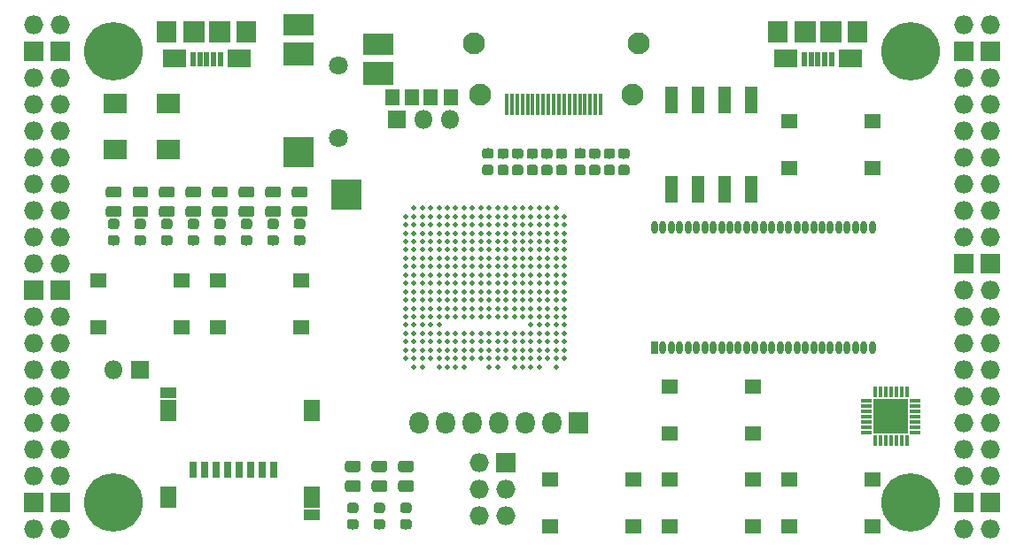
<source format=gts>
G04 #@! TF.GenerationSoftware,KiCad,Pcbnew,5.0.0+dfsg1-2*
G04 #@! TF.CreationDate,2018-09-12T11:57:53+02:00*
G04 #@! TF.ProjectId,ulx3s,756C7833732E6B696361645F70636200,rev?*
G04 #@! TF.SameCoordinates,Original*
G04 #@! TF.FileFunction,Soldermask,Top*
G04 #@! TF.FilePolarity,Negative*
%FSLAX46Y46*%
G04 Gerber Fmt 4.6, Leading zero omitted, Abs format (unit mm)*
G04 Created by KiCad (PCBNEW 5.0.0+dfsg1-2) date Wed Sep 12 11:57:53 2018*
%MOMM*%
%LPD*%
G01*
G04 APERTURE LIST*
%ADD10C,0.100000*%
%ADD11C,0.975000*%
%ADD12C,1.075000*%
%ADD13O,0.660000X1.200000*%
%ADD14R,0.660000X1.200000*%
%ADD15R,1.725000X1.725000*%
%ADD16O,0.400000X1.050000*%
%ADD17O,1.050000X0.400000*%
%ADD18R,1.050000X0.400000*%
%ADD19R,1.220000X2.540000*%
%ADD20R,1.900000X2.000000*%
%ADD21R,0.500000X1.450000*%
%ADD22R,2.000000X2.000000*%
%ADD23R,2.200000X1.700000*%
%ADD24R,2.900000X2.100000*%
%ADD25R,2.900000X2.300000*%
%ADD26R,2.900000X2.900000*%
%ADD27C,1.800000*%
%ADD28R,0.400000X2.000000*%
%ADD29C,2.100000*%
%ADD30C,0.500000*%
%ADD31R,0.800000X1.600000*%
%ADD32R,1.550000X1.000000*%
%ADD33R,1.550000X2.100000*%
%ADD34R,2.300000X1.900000*%
%ADD35R,1.827200X2.132000*%
%ADD36O,1.827200X2.132000*%
%ADD37O,1.827200X1.827200*%
%ADD38R,1.827200X1.827200*%
%ADD39C,5.600000*%
%ADD40R,1.800000X1.800000*%
%ADD41O,1.800000X1.800000*%
%ADD42R,1.395000X1.500000*%
%ADD43R,1.650000X1.400000*%
G04 APERTURE END LIST*
D10*
G04 #@! TO.C,C37*
G36*
X152063142Y-74497174D02*
X152086803Y-74500684D01*
X152110007Y-74506496D01*
X152132529Y-74514554D01*
X152154153Y-74524782D01*
X152174670Y-74537079D01*
X152193883Y-74551329D01*
X152211607Y-74567393D01*
X152227671Y-74585117D01*
X152241921Y-74604330D01*
X152254218Y-74624847D01*
X152264446Y-74646471D01*
X152272504Y-74668993D01*
X152278316Y-74692197D01*
X152281826Y-74715858D01*
X152283000Y-74739750D01*
X152283000Y-75227250D01*
X152281826Y-75251142D01*
X152278316Y-75274803D01*
X152272504Y-75298007D01*
X152264446Y-75320529D01*
X152254218Y-75342153D01*
X152241921Y-75362670D01*
X152227671Y-75381883D01*
X152211607Y-75399607D01*
X152193883Y-75415671D01*
X152174670Y-75429921D01*
X152154153Y-75442218D01*
X152132529Y-75452446D01*
X152110007Y-75460504D01*
X152086803Y-75466316D01*
X152063142Y-75469826D01*
X152039250Y-75471000D01*
X151476750Y-75471000D01*
X151452858Y-75469826D01*
X151429197Y-75466316D01*
X151405993Y-75460504D01*
X151383471Y-75452446D01*
X151361847Y-75442218D01*
X151341330Y-75429921D01*
X151322117Y-75415671D01*
X151304393Y-75399607D01*
X151288329Y-75381883D01*
X151274079Y-75362670D01*
X151261782Y-75342153D01*
X151251554Y-75320529D01*
X151243496Y-75298007D01*
X151237684Y-75274803D01*
X151234174Y-75251142D01*
X151233000Y-75227250D01*
X151233000Y-74739750D01*
X151234174Y-74715858D01*
X151237684Y-74692197D01*
X151243496Y-74668993D01*
X151251554Y-74646471D01*
X151261782Y-74624847D01*
X151274079Y-74604330D01*
X151288329Y-74585117D01*
X151304393Y-74567393D01*
X151322117Y-74551329D01*
X151341330Y-74537079D01*
X151361847Y-74524782D01*
X151383471Y-74514554D01*
X151405993Y-74506496D01*
X151429197Y-74500684D01*
X151452858Y-74497174D01*
X151476750Y-74496000D01*
X152039250Y-74496000D01*
X152063142Y-74497174D01*
X152063142Y-74497174D01*
G37*
D11*
X151758000Y-74983500D03*
D10*
G36*
X152063142Y-76072174D02*
X152086803Y-76075684D01*
X152110007Y-76081496D01*
X152132529Y-76089554D01*
X152154153Y-76099782D01*
X152174670Y-76112079D01*
X152193883Y-76126329D01*
X152211607Y-76142393D01*
X152227671Y-76160117D01*
X152241921Y-76179330D01*
X152254218Y-76199847D01*
X152264446Y-76221471D01*
X152272504Y-76243993D01*
X152278316Y-76267197D01*
X152281826Y-76290858D01*
X152283000Y-76314750D01*
X152283000Y-76802250D01*
X152281826Y-76826142D01*
X152278316Y-76849803D01*
X152272504Y-76873007D01*
X152264446Y-76895529D01*
X152254218Y-76917153D01*
X152241921Y-76937670D01*
X152227671Y-76956883D01*
X152211607Y-76974607D01*
X152193883Y-76990671D01*
X152174670Y-77004921D01*
X152154153Y-77017218D01*
X152132529Y-77027446D01*
X152110007Y-77035504D01*
X152086803Y-77041316D01*
X152063142Y-77044826D01*
X152039250Y-77046000D01*
X151476750Y-77046000D01*
X151452858Y-77044826D01*
X151429197Y-77041316D01*
X151405993Y-77035504D01*
X151383471Y-77027446D01*
X151361847Y-77017218D01*
X151341330Y-77004921D01*
X151322117Y-76990671D01*
X151304393Y-76974607D01*
X151288329Y-76956883D01*
X151274079Y-76937670D01*
X151261782Y-76917153D01*
X151251554Y-76895529D01*
X151243496Y-76873007D01*
X151237684Y-76849803D01*
X151234174Y-76826142D01*
X151233000Y-76802250D01*
X151233000Y-76314750D01*
X151234174Y-76290858D01*
X151237684Y-76267197D01*
X151243496Y-76243993D01*
X151251554Y-76221471D01*
X151261782Y-76199847D01*
X151274079Y-76179330D01*
X151288329Y-76160117D01*
X151304393Y-76142393D01*
X151322117Y-76126329D01*
X151341330Y-76112079D01*
X151361847Y-76099782D01*
X151383471Y-76089554D01*
X151405993Y-76081496D01*
X151429197Y-76075684D01*
X151452858Y-76072174D01*
X151476750Y-76071000D01*
X152039250Y-76071000D01*
X152063142Y-76072174D01*
X152063142Y-76072174D01*
G37*
D11*
X151758000Y-76558500D03*
G04 #@! TD*
D10*
G04 #@! TO.C,C36*
G36*
X150666142Y-74497174D02*
X150689803Y-74500684D01*
X150713007Y-74506496D01*
X150735529Y-74514554D01*
X150757153Y-74524782D01*
X150777670Y-74537079D01*
X150796883Y-74551329D01*
X150814607Y-74567393D01*
X150830671Y-74585117D01*
X150844921Y-74604330D01*
X150857218Y-74624847D01*
X150867446Y-74646471D01*
X150875504Y-74668993D01*
X150881316Y-74692197D01*
X150884826Y-74715858D01*
X150886000Y-74739750D01*
X150886000Y-75227250D01*
X150884826Y-75251142D01*
X150881316Y-75274803D01*
X150875504Y-75298007D01*
X150867446Y-75320529D01*
X150857218Y-75342153D01*
X150844921Y-75362670D01*
X150830671Y-75381883D01*
X150814607Y-75399607D01*
X150796883Y-75415671D01*
X150777670Y-75429921D01*
X150757153Y-75442218D01*
X150735529Y-75452446D01*
X150713007Y-75460504D01*
X150689803Y-75466316D01*
X150666142Y-75469826D01*
X150642250Y-75471000D01*
X150079750Y-75471000D01*
X150055858Y-75469826D01*
X150032197Y-75466316D01*
X150008993Y-75460504D01*
X149986471Y-75452446D01*
X149964847Y-75442218D01*
X149944330Y-75429921D01*
X149925117Y-75415671D01*
X149907393Y-75399607D01*
X149891329Y-75381883D01*
X149877079Y-75362670D01*
X149864782Y-75342153D01*
X149854554Y-75320529D01*
X149846496Y-75298007D01*
X149840684Y-75274803D01*
X149837174Y-75251142D01*
X149836000Y-75227250D01*
X149836000Y-74739750D01*
X149837174Y-74715858D01*
X149840684Y-74692197D01*
X149846496Y-74668993D01*
X149854554Y-74646471D01*
X149864782Y-74624847D01*
X149877079Y-74604330D01*
X149891329Y-74585117D01*
X149907393Y-74567393D01*
X149925117Y-74551329D01*
X149944330Y-74537079D01*
X149964847Y-74524782D01*
X149986471Y-74514554D01*
X150008993Y-74506496D01*
X150032197Y-74500684D01*
X150055858Y-74497174D01*
X150079750Y-74496000D01*
X150642250Y-74496000D01*
X150666142Y-74497174D01*
X150666142Y-74497174D01*
G37*
D11*
X150361000Y-74983500D03*
D10*
G36*
X150666142Y-76072174D02*
X150689803Y-76075684D01*
X150713007Y-76081496D01*
X150735529Y-76089554D01*
X150757153Y-76099782D01*
X150777670Y-76112079D01*
X150796883Y-76126329D01*
X150814607Y-76142393D01*
X150830671Y-76160117D01*
X150844921Y-76179330D01*
X150857218Y-76199847D01*
X150867446Y-76221471D01*
X150875504Y-76243993D01*
X150881316Y-76267197D01*
X150884826Y-76290858D01*
X150886000Y-76314750D01*
X150886000Y-76802250D01*
X150884826Y-76826142D01*
X150881316Y-76849803D01*
X150875504Y-76873007D01*
X150867446Y-76895529D01*
X150857218Y-76917153D01*
X150844921Y-76937670D01*
X150830671Y-76956883D01*
X150814607Y-76974607D01*
X150796883Y-76990671D01*
X150777670Y-77004921D01*
X150757153Y-77017218D01*
X150735529Y-77027446D01*
X150713007Y-77035504D01*
X150689803Y-77041316D01*
X150666142Y-77044826D01*
X150642250Y-77046000D01*
X150079750Y-77046000D01*
X150055858Y-77044826D01*
X150032197Y-77041316D01*
X150008993Y-77035504D01*
X149986471Y-77027446D01*
X149964847Y-77017218D01*
X149944330Y-77004921D01*
X149925117Y-76990671D01*
X149907393Y-76974607D01*
X149891329Y-76956883D01*
X149877079Y-76937670D01*
X149864782Y-76917153D01*
X149854554Y-76895529D01*
X149846496Y-76873007D01*
X149840684Y-76849803D01*
X149837174Y-76826142D01*
X149836000Y-76802250D01*
X149836000Y-76314750D01*
X149837174Y-76290858D01*
X149840684Y-76267197D01*
X149846496Y-76243993D01*
X149854554Y-76221471D01*
X149864782Y-76199847D01*
X149877079Y-76179330D01*
X149891329Y-76160117D01*
X149907393Y-76142393D01*
X149925117Y-76126329D01*
X149944330Y-76112079D01*
X149964847Y-76099782D01*
X149986471Y-76089554D01*
X150008993Y-76081496D01*
X150032197Y-76075684D01*
X150055858Y-76072174D01*
X150079750Y-76071000D01*
X150642250Y-76071000D01*
X150666142Y-76072174D01*
X150666142Y-76072174D01*
G37*
D11*
X150361000Y-76558500D03*
G04 #@! TD*
D10*
G04 #@! TO.C,C41*
G36*
X149269142Y-74497174D02*
X149292803Y-74500684D01*
X149316007Y-74506496D01*
X149338529Y-74514554D01*
X149360153Y-74524782D01*
X149380670Y-74537079D01*
X149399883Y-74551329D01*
X149417607Y-74567393D01*
X149433671Y-74585117D01*
X149447921Y-74604330D01*
X149460218Y-74624847D01*
X149470446Y-74646471D01*
X149478504Y-74668993D01*
X149484316Y-74692197D01*
X149487826Y-74715858D01*
X149489000Y-74739750D01*
X149489000Y-75227250D01*
X149487826Y-75251142D01*
X149484316Y-75274803D01*
X149478504Y-75298007D01*
X149470446Y-75320529D01*
X149460218Y-75342153D01*
X149447921Y-75362670D01*
X149433671Y-75381883D01*
X149417607Y-75399607D01*
X149399883Y-75415671D01*
X149380670Y-75429921D01*
X149360153Y-75442218D01*
X149338529Y-75452446D01*
X149316007Y-75460504D01*
X149292803Y-75466316D01*
X149269142Y-75469826D01*
X149245250Y-75471000D01*
X148682750Y-75471000D01*
X148658858Y-75469826D01*
X148635197Y-75466316D01*
X148611993Y-75460504D01*
X148589471Y-75452446D01*
X148567847Y-75442218D01*
X148547330Y-75429921D01*
X148528117Y-75415671D01*
X148510393Y-75399607D01*
X148494329Y-75381883D01*
X148480079Y-75362670D01*
X148467782Y-75342153D01*
X148457554Y-75320529D01*
X148449496Y-75298007D01*
X148443684Y-75274803D01*
X148440174Y-75251142D01*
X148439000Y-75227250D01*
X148439000Y-74739750D01*
X148440174Y-74715858D01*
X148443684Y-74692197D01*
X148449496Y-74668993D01*
X148457554Y-74646471D01*
X148467782Y-74624847D01*
X148480079Y-74604330D01*
X148494329Y-74585117D01*
X148510393Y-74567393D01*
X148528117Y-74551329D01*
X148547330Y-74537079D01*
X148567847Y-74524782D01*
X148589471Y-74514554D01*
X148611993Y-74506496D01*
X148635197Y-74500684D01*
X148658858Y-74497174D01*
X148682750Y-74496000D01*
X149245250Y-74496000D01*
X149269142Y-74497174D01*
X149269142Y-74497174D01*
G37*
D11*
X148964000Y-74983500D03*
D10*
G36*
X149269142Y-76072174D02*
X149292803Y-76075684D01*
X149316007Y-76081496D01*
X149338529Y-76089554D01*
X149360153Y-76099782D01*
X149380670Y-76112079D01*
X149399883Y-76126329D01*
X149417607Y-76142393D01*
X149433671Y-76160117D01*
X149447921Y-76179330D01*
X149460218Y-76199847D01*
X149470446Y-76221471D01*
X149478504Y-76243993D01*
X149484316Y-76267197D01*
X149487826Y-76290858D01*
X149489000Y-76314750D01*
X149489000Y-76802250D01*
X149487826Y-76826142D01*
X149484316Y-76849803D01*
X149478504Y-76873007D01*
X149470446Y-76895529D01*
X149460218Y-76917153D01*
X149447921Y-76937670D01*
X149433671Y-76956883D01*
X149417607Y-76974607D01*
X149399883Y-76990671D01*
X149380670Y-77004921D01*
X149360153Y-77017218D01*
X149338529Y-77027446D01*
X149316007Y-77035504D01*
X149292803Y-77041316D01*
X149269142Y-77044826D01*
X149245250Y-77046000D01*
X148682750Y-77046000D01*
X148658858Y-77044826D01*
X148635197Y-77041316D01*
X148611993Y-77035504D01*
X148589471Y-77027446D01*
X148567847Y-77017218D01*
X148547330Y-77004921D01*
X148528117Y-76990671D01*
X148510393Y-76974607D01*
X148494329Y-76956883D01*
X148480079Y-76937670D01*
X148467782Y-76917153D01*
X148457554Y-76895529D01*
X148449496Y-76873007D01*
X148443684Y-76849803D01*
X148440174Y-76826142D01*
X148439000Y-76802250D01*
X148439000Y-76314750D01*
X148440174Y-76290858D01*
X148443684Y-76267197D01*
X148449496Y-76243993D01*
X148457554Y-76221471D01*
X148467782Y-76199847D01*
X148480079Y-76179330D01*
X148494329Y-76160117D01*
X148510393Y-76142393D01*
X148528117Y-76126329D01*
X148547330Y-76112079D01*
X148567847Y-76099782D01*
X148589471Y-76089554D01*
X148611993Y-76081496D01*
X148635197Y-76075684D01*
X148658858Y-76072174D01*
X148682750Y-76071000D01*
X149245250Y-76071000D01*
X149269142Y-76072174D01*
X149269142Y-76072174D01*
G37*
D11*
X148964000Y-76558500D03*
G04 #@! TD*
D10*
G04 #@! TO.C,C45*
G36*
X147872142Y-74485174D02*
X147895803Y-74488684D01*
X147919007Y-74494496D01*
X147941529Y-74502554D01*
X147963153Y-74512782D01*
X147983670Y-74525079D01*
X148002883Y-74539329D01*
X148020607Y-74555393D01*
X148036671Y-74573117D01*
X148050921Y-74592330D01*
X148063218Y-74612847D01*
X148073446Y-74634471D01*
X148081504Y-74656993D01*
X148087316Y-74680197D01*
X148090826Y-74703858D01*
X148092000Y-74727750D01*
X148092000Y-75215250D01*
X148090826Y-75239142D01*
X148087316Y-75262803D01*
X148081504Y-75286007D01*
X148073446Y-75308529D01*
X148063218Y-75330153D01*
X148050921Y-75350670D01*
X148036671Y-75369883D01*
X148020607Y-75387607D01*
X148002883Y-75403671D01*
X147983670Y-75417921D01*
X147963153Y-75430218D01*
X147941529Y-75440446D01*
X147919007Y-75448504D01*
X147895803Y-75454316D01*
X147872142Y-75457826D01*
X147848250Y-75459000D01*
X147285750Y-75459000D01*
X147261858Y-75457826D01*
X147238197Y-75454316D01*
X147214993Y-75448504D01*
X147192471Y-75440446D01*
X147170847Y-75430218D01*
X147150330Y-75417921D01*
X147131117Y-75403671D01*
X147113393Y-75387607D01*
X147097329Y-75369883D01*
X147083079Y-75350670D01*
X147070782Y-75330153D01*
X147060554Y-75308529D01*
X147052496Y-75286007D01*
X147046684Y-75262803D01*
X147043174Y-75239142D01*
X147042000Y-75215250D01*
X147042000Y-74727750D01*
X147043174Y-74703858D01*
X147046684Y-74680197D01*
X147052496Y-74656993D01*
X147060554Y-74634471D01*
X147070782Y-74612847D01*
X147083079Y-74592330D01*
X147097329Y-74573117D01*
X147113393Y-74555393D01*
X147131117Y-74539329D01*
X147150330Y-74525079D01*
X147170847Y-74512782D01*
X147192471Y-74502554D01*
X147214993Y-74494496D01*
X147238197Y-74488684D01*
X147261858Y-74485174D01*
X147285750Y-74484000D01*
X147848250Y-74484000D01*
X147872142Y-74485174D01*
X147872142Y-74485174D01*
G37*
D11*
X147567000Y-74971500D03*
D10*
G36*
X147872142Y-76060174D02*
X147895803Y-76063684D01*
X147919007Y-76069496D01*
X147941529Y-76077554D01*
X147963153Y-76087782D01*
X147983670Y-76100079D01*
X148002883Y-76114329D01*
X148020607Y-76130393D01*
X148036671Y-76148117D01*
X148050921Y-76167330D01*
X148063218Y-76187847D01*
X148073446Y-76209471D01*
X148081504Y-76231993D01*
X148087316Y-76255197D01*
X148090826Y-76278858D01*
X148092000Y-76302750D01*
X148092000Y-76790250D01*
X148090826Y-76814142D01*
X148087316Y-76837803D01*
X148081504Y-76861007D01*
X148073446Y-76883529D01*
X148063218Y-76905153D01*
X148050921Y-76925670D01*
X148036671Y-76944883D01*
X148020607Y-76962607D01*
X148002883Y-76978671D01*
X147983670Y-76992921D01*
X147963153Y-77005218D01*
X147941529Y-77015446D01*
X147919007Y-77023504D01*
X147895803Y-77029316D01*
X147872142Y-77032826D01*
X147848250Y-77034000D01*
X147285750Y-77034000D01*
X147261858Y-77032826D01*
X147238197Y-77029316D01*
X147214993Y-77023504D01*
X147192471Y-77015446D01*
X147170847Y-77005218D01*
X147150330Y-76992921D01*
X147131117Y-76978671D01*
X147113393Y-76962607D01*
X147097329Y-76944883D01*
X147083079Y-76925670D01*
X147070782Y-76905153D01*
X147060554Y-76883529D01*
X147052496Y-76861007D01*
X147046684Y-76837803D01*
X147043174Y-76814142D01*
X147042000Y-76790250D01*
X147042000Y-76302750D01*
X147043174Y-76278858D01*
X147046684Y-76255197D01*
X147052496Y-76231993D01*
X147060554Y-76209471D01*
X147070782Y-76187847D01*
X147083079Y-76167330D01*
X147097329Y-76148117D01*
X147113393Y-76130393D01*
X147131117Y-76114329D01*
X147150330Y-76100079D01*
X147170847Y-76087782D01*
X147192471Y-76077554D01*
X147214993Y-76069496D01*
X147238197Y-76063684D01*
X147261858Y-76060174D01*
X147285750Y-76059000D01*
X147848250Y-76059000D01*
X147872142Y-76060174D01*
X147872142Y-76060174D01*
G37*
D11*
X147567000Y-76546500D03*
G04 #@! TD*
D10*
G04 #@! TO.C,C40*
G36*
X146094142Y-74497174D02*
X146117803Y-74500684D01*
X146141007Y-74506496D01*
X146163529Y-74514554D01*
X146185153Y-74524782D01*
X146205670Y-74537079D01*
X146224883Y-74551329D01*
X146242607Y-74567393D01*
X146258671Y-74585117D01*
X146272921Y-74604330D01*
X146285218Y-74624847D01*
X146295446Y-74646471D01*
X146303504Y-74668993D01*
X146309316Y-74692197D01*
X146312826Y-74715858D01*
X146314000Y-74739750D01*
X146314000Y-75227250D01*
X146312826Y-75251142D01*
X146309316Y-75274803D01*
X146303504Y-75298007D01*
X146295446Y-75320529D01*
X146285218Y-75342153D01*
X146272921Y-75362670D01*
X146258671Y-75381883D01*
X146242607Y-75399607D01*
X146224883Y-75415671D01*
X146205670Y-75429921D01*
X146185153Y-75442218D01*
X146163529Y-75452446D01*
X146141007Y-75460504D01*
X146117803Y-75466316D01*
X146094142Y-75469826D01*
X146070250Y-75471000D01*
X145507750Y-75471000D01*
X145483858Y-75469826D01*
X145460197Y-75466316D01*
X145436993Y-75460504D01*
X145414471Y-75452446D01*
X145392847Y-75442218D01*
X145372330Y-75429921D01*
X145353117Y-75415671D01*
X145335393Y-75399607D01*
X145319329Y-75381883D01*
X145305079Y-75362670D01*
X145292782Y-75342153D01*
X145282554Y-75320529D01*
X145274496Y-75298007D01*
X145268684Y-75274803D01*
X145265174Y-75251142D01*
X145264000Y-75227250D01*
X145264000Y-74739750D01*
X145265174Y-74715858D01*
X145268684Y-74692197D01*
X145274496Y-74668993D01*
X145282554Y-74646471D01*
X145292782Y-74624847D01*
X145305079Y-74604330D01*
X145319329Y-74585117D01*
X145335393Y-74567393D01*
X145353117Y-74551329D01*
X145372330Y-74537079D01*
X145392847Y-74524782D01*
X145414471Y-74514554D01*
X145436993Y-74506496D01*
X145460197Y-74500684D01*
X145483858Y-74497174D01*
X145507750Y-74496000D01*
X146070250Y-74496000D01*
X146094142Y-74497174D01*
X146094142Y-74497174D01*
G37*
D11*
X145789000Y-74983500D03*
D10*
G36*
X146094142Y-76072174D02*
X146117803Y-76075684D01*
X146141007Y-76081496D01*
X146163529Y-76089554D01*
X146185153Y-76099782D01*
X146205670Y-76112079D01*
X146224883Y-76126329D01*
X146242607Y-76142393D01*
X146258671Y-76160117D01*
X146272921Y-76179330D01*
X146285218Y-76199847D01*
X146295446Y-76221471D01*
X146303504Y-76243993D01*
X146309316Y-76267197D01*
X146312826Y-76290858D01*
X146314000Y-76314750D01*
X146314000Y-76802250D01*
X146312826Y-76826142D01*
X146309316Y-76849803D01*
X146303504Y-76873007D01*
X146295446Y-76895529D01*
X146285218Y-76917153D01*
X146272921Y-76937670D01*
X146258671Y-76956883D01*
X146242607Y-76974607D01*
X146224883Y-76990671D01*
X146205670Y-77004921D01*
X146185153Y-77017218D01*
X146163529Y-77027446D01*
X146141007Y-77035504D01*
X146117803Y-77041316D01*
X146094142Y-77044826D01*
X146070250Y-77046000D01*
X145507750Y-77046000D01*
X145483858Y-77044826D01*
X145460197Y-77041316D01*
X145436993Y-77035504D01*
X145414471Y-77027446D01*
X145392847Y-77017218D01*
X145372330Y-77004921D01*
X145353117Y-76990671D01*
X145335393Y-76974607D01*
X145319329Y-76956883D01*
X145305079Y-76937670D01*
X145292782Y-76917153D01*
X145282554Y-76895529D01*
X145274496Y-76873007D01*
X145268684Y-76849803D01*
X145265174Y-76826142D01*
X145264000Y-76802250D01*
X145264000Y-76314750D01*
X145265174Y-76290858D01*
X145268684Y-76267197D01*
X145274496Y-76243993D01*
X145282554Y-76221471D01*
X145292782Y-76199847D01*
X145305079Y-76179330D01*
X145319329Y-76160117D01*
X145335393Y-76142393D01*
X145353117Y-76126329D01*
X145372330Y-76112079D01*
X145392847Y-76099782D01*
X145414471Y-76089554D01*
X145436993Y-76081496D01*
X145460197Y-76075684D01*
X145483858Y-76072174D01*
X145507750Y-76071000D01*
X146070250Y-76071000D01*
X146094142Y-76072174D01*
X146094142Y-76072174D01*
G37*
D11*
X145789000Y-76558500D03*
G04 #@! TD*
D10*
G04 #@! TO.C,C44*
G36*
X144697142Y-74497174D02*
X144720803Y-74500684D01*
X144744007Y-74506496D01*
X144766529Y-74514554D01*
X144788153Y-74524782D01*
X144808670Y-74537079D01*
X144827883Y-74551329D01*
X144845607Y-74567393D01*
X144861671Y-74585117D01*
X144875921Y-74604330D01*
X144888218Y-74624847D01*
X144898446Y-74646471D01*
X144906504Y-74668993D01*
X144912316Y-74692197D01*
X144915826Y-74715858D01*
X144917000Y-74739750D01*
X144917000Y-75227250D01*
X144915826Y-75251142D01*
X144912316Y-75274803D01*
X144906504Y-75298007D01*
X144898446Y-75320529D01*
X144888218Y-75342153D01*
X144875921Y-75362670D01*
X144861671Y-75381883D01*
X144845607Y-75399607D01*
X144827883Y-75415671D01*
X144808670Y-75429921D01*
X144788153Y-75442218D01*
X144766529Y-75452446D01*
X144744007Y-75460504D01*
X144720803Y-75466316D01*
X144697142Y-75469826D01*
X144673250Y-75471000D01*
X144110750Y-75471000D01*
X144086858Y-75469826D01*
X144063197Y-75466316D01*
X144039993Y-75460504D01*
X144017471Y-75452446D01*
X143995847Y-75442218D01*
X143975330Y-75429921D01*
X143956117Y-75415671D01*
X143938393Y-75399607D01*
X143922329Y-75381883D01*
X143908079Y-75362670D01*
X143895782Y-75342153D01*
X143885554Y-75320529D01*
X143877496Y-75298007D01*
X143871684Y-75274803D01*
X143868174Y-75251142D01*
X143867000Y-75227250D01*
X143867000Y-74739750D01*
X143868174Y-74715858D01*
X143871684Y-74692197D01*
X143877496Y-74668993D01*
X143885554Y-74646471D01*
X143895782Y-74624847D01*
X143908079Y-74604330D01*
X143922329Y-74585117D01*
X143938393Y-74567393D01*
X143956117Y-74551329D01*
X143975330Y-74537079D01*
X143995847Y-74524782D01*
X144017471Y-74514554D01*
X144039993Y-74506496D01*
X144063197Y-74500684D01*
X144086858Y-74497174D01*
X144110750Y-74496000D01*
X144673250Y-74496000D01*
X144697142Y-74497174D01*
X144697142Y-74497174D01*
G37*
D11*
X144392000Y-74983500D03*
D10*
G36*
X144697142Y-76072174D02*
X144720803Y-76075684D01*
X144744007Y-76081496D01*
X144766529Y-76089554D01*
X144788153Y-76099782D01*
X144808670Y-76112079D01*
X144827883Y-76126329D01*
X144845607Y-76142393D01*
X144861671Y-76160117D01*
X144875921Y-76179330D01*
X144888218Y-76199847D01*
X144898446Y-76221471D01*
X144906504Y-76243993D01*
X144912316Y-76267197D01*
X144915826Y-76290858D01*
X144917000Y-76314750D01*
X144917000Y-76802250D01*
X144915826Y-76826142D01*
X144912316Y-76849803D01*
X144906504Y-76873007D01*
X144898446Y-76895529D01*
X144888218Y-76917153D01*
X144875921Y-76937670D01*
X144861671Y-76956883D01*
X144845607Y-76974607D01*
X144827883Y-76990671D01*
X144808670Y-77004921D01*
X144788153Y-77017218D01*
X144766529Y-77027446D01*
X144744007Y-77035504D01*
X144720803Y-77041316D01*
X144697142Y-77044826D01*
X144673250Y-77046000D01*
X144110750Y-77046000D01*
X144086858Y-77044826D01*
X144063197Y-77041316D01*
X144039993Y-77035504D01*
X144017471Y-77027446D01*
X143995847Y-77017218D01*
X143975330Y-77004921D01*
X143956117Y-76990671D01*
X143938393Y-76974607D01*
X143922329Y-76956883D01*
X143908079Y-76937670D01*
X143895782Y-76917153D01*
X143885554Y-76895529D01*
X143877496Y-76873007D01*
X143871684Y-76849803D01*
X143868174Y-76826142D01*
X143867000Y-76802250D01*
X143867000Y-76314750D01*
X143868174Y-76290858D01*
X143871684Y-76267197D01*
X143877496Y-76243993D01*
X143885554Y-76221471D01*
X143895782Y-76199847D01*
X143908079Y-76179330D01*
X143922329Y-76160117D01*
X143938393Y-76142393D01*
X143956117Y-76126329D01*
X143975330Y-76112079D01*
X143995847Y-76099782D01*
X144017471Y-76089554D01*
X144039993Y-76081496D01*
X144063197Y-76075684D01*
X144086858Y-76072174D01*
X144110750Y-76071000D01*
X144673250Y-76071000D01*
X144697142Y-76072174D01*
X144697142Y-76072174D01*
G37*
D11*
X144392000Y-76558500D03*
G04 #@! TD*
D10*
G04 #@! TO.C,C39*
G36*
X143300142Y-74497174D02*
X143323803Y-74500684D01*
X143347007Y-74506496D01*
X143369529Y-74514554D01*
X143391153Y-74524782D01*
X143411670Y-74537079D01*
X143430883Y-74551329D01*
X143448607Y-74567393D01*
X143464671Y-74585117D01*
X143478921Y-74604330D01*
X143491218Y-74624847D01*
X143501446Y-74646471D01*
X143509504Y-74668993D01*
X143515316Y-74692197D01*
X143518826Y-74715858D01*
X143520000Y-74739750D01*
X143520000Y-75227250D01*
X143518826Y-75251142D01*
X143515316Y-75274803D01*
X143509504Y-75298007D01*
X143501446Y-75320529D01*
X143491218Y-75342153D01*
X143478921Y-75362670D01*
X143464671Y-75381883D01*
X143448607Y-75399607D01*
X143430883Y-75415671D01*
X143411670Y-75429921D01*
X143391153Y-75442218D01*
X143369529Y-75452446D01*
X143347007Y-75460504D01*
X143323803Y-75466316D01*
X143300142Y-75469826D01*
X143276250Y-75471000D01*
X142713750Y-75471000D01*
X142689858Y-75469826D01*
X142666197Y-75466316D01*
X142642993Y-75460504D01*
X142620471Y-75452446D01*
X142598847Y-75442218D01*
X142578330Y-75429921D01*
X142559117Y-75415671D01*
X142541393Y-75399607D01*
X142525329Y-75381883D01*
X142511079Y-75362670D01*
X142498782Y-75342153D01*
X142488554Y-75320529D01*
X142480496Y-75298007D01*
X142474684Y-75274803D01*
X142471174Y-75251142D01*
X142470000Y-75227250D01*
X142470000Y-74739750D01*
X142471174Y-74715858D01*
X142474684Y-74692197D01*
X142480496Y-74668993D01*
X142488554Y-74646471D01*
X142498782Y-74624847D01*
X142511079Y-74604330D01*
X142525329Y-74585117D01*
X142541393Y-74567393D01*
X142559117Y-74551329D01*
X142578330Y-74537079D01*
X142598847Y-74524782D01*
X142620471Y-74514554D01*
X142642993Y-74506496D01*
X142666197Y-74500684D01*
X142689858Y-74497174D01*
X142713750Y-74496000D01*
X143276250Y-74496000D01*
X143300142Y-74497174D01*
X143300142Y-74497174D01*
G37*
D11*
X142995000Y-74983500D03*
D10*
G36*
X143300142Y-76072174D02*
X143323803Y-76075684D01*
X143347007Y-76081496D01*
X143369529Y-76089554D01*
X143391153Y-76099782D01*
X143411670Y-76112079D01*
X143430883Y-76126329D01*
X143448607Y-76142393D01*
X143464671Y-76160117D01*
X143478921Y-76179330D01*
X143491218Y-76199847D01*
X143501446Y-76221471D01*
X143509504Y-76243993D01*
X143515316Y-76267197D01*
X143518826Y-76290858D01*
X143520000Y-76314750D01*
X143520000Y-76802250D01*
X143518826Y-76826142D01*
X143515316Y-76849803D01*
X143509504Y-76873007D01*
X143501446Y-76895529D01*
X143491218Y-76917153D01*
X143478921Y-76937670D01*
X143464671Y-76956883D01*
X143448607Y-76974607D01*
X143430883Y-76990671D01*
X143411670Y-77004921D01*
X143391153Y-77017218D01*
X143369529Y-77027446D01*
X143347007Y-77035504D01*
X143323803Y-77041316D01*
X143300142Y-77044826D01*
X143276250Y-77046000D01*
X142713750Y-77046000D01*
X142689858Y-77044826D01*
X142666197Y-77041316D01*
X142642993Y-77035504D01*
X142620471Y-77027446D01*
X142598847Y-77017218D01*
X142578330Y-77004921D01*
X142559117Y-76990671D01*
X142541393Y-76974607D01*
X142525329Y-76956883D01*
X142511079Y-76937670D01*
X142498782Y-76917153D01*
X142488554Y-76895529D01*
X142480496Y-76873007D01*
X142474684Y-76849803D01*
X142471174Y-76826142D01*
X142470000Y-76802250D01*
X142470000Y-76314750D01*
X142471174Y-76290858D01*
X142474684Y-76267197D01*
X142480496Y-76243993D01*
X142488554Y-76221471D01*
X142498782Y-76199847D01*
X142511079Y-76179330D01*
X142525329Y-76160117D01*
X142541393Y-76142393D01*
X142559117Y-76126329D01*
X142578330Y-76112079D01*
X142598847Y-76099782D01*
X142620471Y-76089554D01*
X142642993Y-76081496D01*
X142666197Y-76075684D01*
X142689858Y-76072174D01*
X142713750Y-76071000D01*
X143276250Y-76071000D01*
X143300142Y-76072174D01*
X143300142Y-76072174D01*
G37*
D11*
X142995000Y-76558500D03*
G04 #@! TD*
D10*
G04 #@! TO.C,C43*
G36*
X141903142Y-74497174D02*
X141926803Y-74500684D01*
X141950007Y-74506496D01*
X141972529Y-74514554D01*
X141994153Y-74524782D01*
X142014670Y-74537079D01*
X142033883Y-74551329D01*
X142051607Y-74567393D01*
X142067671Y-74585117D01*
X142081921Y-74604330D01*
X142094218Y-74624847D01*
X142104446Y-74646471D01*
X142112504Y-74668993D01*
X142118316Y-74692197D01*
X142121826Y-74715858D01*
X142123000Y-74739750D01*
X142123000Y-75227250D01*
X142121826Y-75251142D01*
X142118316Y-75274803D01*
X142112504Y-75298007D01*
X142104446Y-75320529D01*
X142094218Y-75342153D01*
X142081921Y-75362670D01*
X142067671Y-75381883D01*
X142051607Y-75399607D01*
X142033883Y-75415671D01*
X142014670Y-75429921D01*
X141994153Y-75442218D01*
X141972529Y-75452446D01*
X141950007Y-75460504D01*
X141926803Y-75466316D01*
X141903142Y-75469826D01*
X141879250Y-75471000D01*
X141316750Y-75471000D01*
X141292858Y-75469826D01*
X141269197Y-75466316D01*
X141245993Y-75460504D01*
X141223471Y-75452446D01*
X141201847Y-75442218D01*
X141181330Y-75429921D01*
X141162117Y-75415671D01*
X141144393Y-75399607D01*
X141128329Y-75381883D01*
X141114079Y-75362670D01*
X141101782Y-75342153D01*
X141091554Y-75320529D01*
X141083496Y-75298007D01*
X141077684Y-75274803D01*
X141074174Y-75251142D01*
X141073000Y-75227250D01*
X141073000Y-74739750D01*
X141074174Y-74715858D01*
X141077684Y-74692197D01*
X141083496Y-74668993D01*
X141091554Y-74646471D01*
X141101782Y-74624847D01*
X141114079Y-74604330D01*
X141128329Y-74585117D01*
X141144393Y-74567393D01*
X141162117Y-74551329D01*
X141181330Y-74537079D01*
X141201847Y-74524782D01*
X141223471Y-74514554D01*
X141245993Y-74506496D01*
X141269197Y-74500684D01*
X141292858Y-74497174D01*
X141316750Y-74496000D01*
X141879250Y-74496000D01*
X141903142Y-74497174D01*
X141903142Y-74497174D01*
G37*
D11*
X141598000Y-74983500D03*
D10*
G36*
X141903142Y-76072174D02*
X141926803Y-76075684D01*
X141950007Y-76081496D01*
X141972529Y-76089554D01*
X141994153Y-76099782D01*
X142014670Y-76112079D01*
X142033883Y-76126329D01*
X142051607Y-76142393D01*
X142067671Y-76160117D01*
X142081921Y-76179330D01*
X142094218Y-76199847D01*
X142104446Y-76221471D01*
X142112504Y-76243993D01*
X142118316Y-76267197D01*
X142121826Y-76290858D01*
X142123000Y-76314750D01*
X142123000Y-76802250D01*
X142121826Y-76826142D01*
X142118316Y-76849803D01*
X142112504Y-76873007D01*
X142104446Y-76895529D01*
X142094218Y-76917153D01*
X142081921Y-76937670D01*
X142067671Y-76956883D01*
X142051607Y-76974607D01*
X142033883Y-76990671D01*
X142014670Y-77004921D01*
X141994153Y-77017218D01*
X141972529Y-77027446D01*
X141950007Y-77035504D01*
X141926803Y-77041316D01*
X141903142Y-77044826D01*
X141879250Y-77046000D01*
X141316750Y-77046000D01*
X141292858Y-77044826D01*
X141269197Y-77041316D01*
X141245993Y-77035504D01*
X141223471Y-77027446D01*
X141201847Y-77017218D01*
X141181330Y-77004921D01*
X141162117Y-76990671D01*
X141144393Y-76974607D01*
X141128329Y-76956883D01*
X141114079Y-76937670D01*
X141101782Y-76917153D01*
X141091554Y-76895529D01*
X141083496Y-76873007D01*
X141077684Y-76849803D01*
X141074174Y-76826142D01*
X141073000Y-76802250D01*
X141073000Y-76314750D01*
X141074174Y-76290858D01*
X141077684Y-76267197D01*
X141083496Y-76243993D01*
X141091554Y-76221471D01*
X141101782Y-76199847D01*
X141114079Y-76179330D01*
X141128329Y-76160117D01*
X141144393Y-76142393D01*
X141162117Y-76126329D01*
X141181330Y-76112079D01*
X141201847Y-76099782D01*
X141223471Y-76089554D01*
X141245993Y-76081496D01*
X141269197Y-76075684D01*
X141292858Y-76072174D01*
X141316750Y-76071000D01*
X141879250Y-76071000D01*
X141903142Y-76072174D01*
X141903142Y-76072174D01*
G37*
D11*
X141598000Y-76558500D03*
G04 #@! TD*
D10*
G04 #@! TO.C,C38*
G36*
X140506142Y-74497174D02*
X140529803Y-74500684D01*
X140553007Y-74506496D01*
X140575529Y-74514554D01*
X140597153Y-74524782D01*
X140617670Y-74537079D01*
X140636883Y-74551329D01*
X140654607Y-74567393D01*
X140670671Y-74585117D01*
X140684921Y-74604330D01*
X140697218Y-74624847D01*
X140707446Y-74646471D01*
X140715504Y-74668993D01*
X140721316Y-74692197D01*
X140724826Y-74715858D01*
X140726000Y-74739750D01*
X140726000Y-75227250D01*
X140724826Y-75251142D01*
X140721316Y-75274803D01*
X140715504Y-75298007D01*
X140707446Y-75320529D01*
X140697218Y-75342153D01*
X140684921Y-75362670D01*
X140670671Y-75381883D01*
X140654607Y-75399607D01*
X140636883Y-75415671D01*
X140617670Y-75429921D01*
X140597153Y-75442218D01*
X140575529Y-75452446D01*
X140553007Y-75460504D01*
X140529803Y-75466316D01*
X140506142Y-75469826D01*
X140482250Y-75471000D01*
X139919750Y-75471000D01*
X139895858Y-75469826D01*
X139872197Y-75466316D01*
X139848993Y-75460504D01*
X139826471Y-75452446D01*
X139804847Y-75442218D01*
X139784330Y-75429921D01*
X139765117Y-75415671D01*
X139747393Y-75399607D01*
X139731329Y-75381883D01*
X139717079Y-75362670D01*
X139704782Y-75342153D01*
X139694554Y-75320529D01*
X139686496Y-75298007D01*
X139680684Y-75274803D01*
X139677174Y-75251142D01*
X139676000Y-75227250D01*
X139676000Y-74739750D01*
X139677174Y-74715858D01*
X139680684Y-74692197D01*
X139686496Y-74668993D01*
X139694554Y-74646471D01*
X139704782Y-74624847D01*
X139717079Y-74604330D01*
X139731329Y-74585117D01*
X139747393Y-74567393D01*
X139765117Y-74551329D01*
X139784330Y-74537079D01*
X139804847Y-74524782D01*
X139826471Y-74514554D01*
X139848993Y-74506496D01*
X139872197Y-74500684D01*
X139895858Y-74497174D01*
X139919750Y-74496000D01*
X140482250Y-74496000D01*
X140506142Y-74497174D01*
X140506142Y-74497174D01*
G37*
D11*
X140201000Y-74983500D03*
D10*
G36*
X140506142Y-76072174D02*
X140529803Y-76075684D01*
X140553007Y-76081496D01*
X140575529Y-76089554D01*
X140597153Y-76099782D01*
X140617670Y-76112079D01*
X140636883Y-76126329D01*
X140654607Y-76142393D01*
X140670671Y-76160117D01*
X140684921Y-76179330D01*
X140697218Y-76199847D01*
X140707446Y-76221471D01*
X140715504Y-76243993D01*
X140721316Y-76267197D01*
X140724826Y-76290858D01*
X140726000Y-76314750D01*
X140726000Y-76802250D01*
X140724826Y-76826142D01*
X140721316Y-76849803D01*
X140715504Y-76873007D01*
X140707446Y-76895529D01*
X140697218Y-76917153D01*
X140684921Y-76937670D01*
X140670671Y-76956883D01*
X140654607Y-76974607D01*
X140636883Y-76990671D01*
X140617670Y-77004921D01*
X140597153Y-77017218D01*
X140575529Y-77027446D01*
X140553007Y-77035504D01*
X140529803Y-77041316D01*
X140506142Y-77044826D01*
X140482250Y-77046000D01*
X139919750Y-77046000D01*
X139895858Y-77044826D01*
X139872197Y-77041316D01*
X139848993Y-77035504D01*
X139826471Y-77027446D01*
X139804847Y-77017218D01*
X139784330Y-77004921D01*
X139765117Y-76990671D01*
X139747393Y-76974607D01*
X139731329Y-76956883D01*
X139717079Y-76937670D01*
X139704782Y-76917153D01*
X139694554Y-76895529D01*
X139686496Y-76873007D01*
X139680684Y-76849803D01*
X139677174Y-76826142D01*
X139676000Y-76802250D01*
X139676000Y-76314750D01*
X139677174Y-76290858D01*
X139680684Y-76267197D01*
X139686496Y-76243993D01*
X139694554Y-76221471D01*
X139704782Y-76199847D01*
X139717079Y-76179330D01*
X139731329Y-76160117D01*
X139747393Y-76142393D01*
X139765117Y-76126329D01*
X139784330Y-76112079D01*
X139804847Y-76099782D01*
X139826471Y-76089554D01*
X139848993Y-76081496D01*
X139872197Y-76075684D01*
X139895858Y-76072174D01*
X139919750Y-76071000D01*
X140482250Y-76071000D01*
X140506142Y-76072174D01*
X140506142Y-76072174D01*
G37*
D11*
X140201000Y-76558500D03*
G04 #@! TD*
D10*
G04 #@! TO.C,C42*
G36*
X139047942Y-74489774D02*
X139071603Y-74493284D01*
X139094807Y-74499096D01*
X139117329Y-74507154D01*
X139138953Y-74517382D01*
X139159470Y-74529679D01*
X139178683Y-74543929D01*
X139196407Y-74559993D01*
X139212471Y-74577717D01*
X139226721Y-74596930D01*
X139239018Y-74617447D01*
X139249246Y-74639071D01*
X139257304Y-74661593D01*
X139263116Y-74684797D01*
X139266626Y-74708458D01*
X139267800Y-74732350D01*
X139267800Y-75219850D01*
X139266626Y-75243742D01*
X139263116Y-75267403D01*
X139257304Y-75290607D01*
X139249246Y-75313129D01*
X139239018Y-75334753D01*
X139226721Y-75355270D01*
X139212471Y-75374483D01*
X139196407Y-75392207D01*
X139178683Y-75408271D01*
X139159470Y-75422521D01*
X139138953Y-75434818D01*
X139117329Y-75445046D01*
X139094807Y-75453104D01*
X139071603Y-75458916D01*
X139047942Y-75462426D01*
X139024050Y-75463600D01*
X138461550Y-75463600D01*
X138437658Y-75462426D01*
X138413997Y-75458916D01*
X138390793Y-75453104D01*
X138368271Y-75445046D01*
X138346647Y-75434818D01*
X138326130Y-75422521D01*
X138306917Y-75408271D01*
X138289193Y-75392207D01*
X138273129Y-75374483D01*
X138258879Y-75355270D01*
X138246582Y-75334753D01*
X138236354Y-75313129D01*
X138228296Y-75290607D01*
X138222484Y-75267403D01*
X138218974Y-75243742D01*
X138217800Y-75219850D01*
X138217800Y-74732350D01*
X138218974Y-74708458D01*
X138222484Y-74684797D01*
X138228296Y-74661593D01*
X138236354Y-74639071D01*
X138246582Y-74617447D01*
X138258879Y-74596930D01*
X138273129Y-74577717D01*
X138289193Y-74559993D01*
X138306917Y-74543929D01*
X138326130Y-74529679D01*
X138346647Y-74517382D01*
X138368271Y-74507154D01*
X138390793Y-74499096D01*
X138413997Y-74493284D01*
X138437658Y-74489774D01*
X138461550Y-74488600D01*
X139024050Y-74488600D01*
X139047942Y-74489774D01*
X139047942Y-74489774D01*
G37*
D11*
X138742800Y-74976100D03*
D10*
G36*
X139047942Y-76064774D02*
X139071603Y-76068284D01*
X139094807Y-76074096D01*
X139117329Y-76082154D01*
X139138953Y-76092382D01*
X139159470Y-76104679D01*
X139178683Y-76118929D01*
X139196407Y-76134993D01*
X139212471Y-76152717D01*
X139226721Y-76171930D01*
X139239018Y-76192447D01*
X139249246Y-76214071D01*
X139257304Y-76236593D01*
X139263116Y-76259797D01*
X139266626Y-76283458D01*
X139267800Y-76307350D01*
X139267800Y-76794850D01*
X139266626Y-76818742D01*
X139263116Y-76842403D01*
X139257304Y-76865607D01*
X139249246Y-76888129D01*
X139239018Y-76909753D01*
X139226721Y-76930270D01*
X139212471Y-76949483D01*
X139196407Y-76967207D01*
X139178683Y-76983271D01*
X139159470Y-76997521D01*
X139138953Y-77009818D01*
X139117329Y-77020046D01*
X139094807Y-77028104D01*
X139071603Y-77033916D01*
X139047942Y-77037426D01*
X139024050Y-77038600D01*
X138461550Y-77038600D01*
X138437658Y-77037426D01*
X138413997Y-77033916D01*
X138390793Y-77028104D01*
X138368271Y-77020046D01*
X138346647Y-77009818D01*
X138326130Y-76997521D01*
X138306917Y-76983271D01*
X138289193Y-76967207D01*
X138273129Y-76949483D01*
X138258879Y-76930270D01*
X138246582Y-76909753D01*
X138236354Y-76888129D01*
X138228296Y-76865607D01*
X138222484Y-76842403D01*
X138218974Y-76818742D01*
X138217800Y-76794850D01*
X138217800Y-76307350D01*
X138218974Y-76283458D01*
X138222484Y-76259797D01*
X138228296Y-76236593D01*
X138236354Y-76214071D01*
X138246582Y-76192447D01*
X138258879Y-76171930D01*
X138273129Y-76152717D01*
X138289193Y-76134993D01*
X138306917Y-76118929D01*
X138326130Y-76104679D01*
X138346647Y-76092382D01*
X138368271Y-76082154D01*
X138390793Y-76074096D01*
X138413997Y-76068284D01*
X138437658Y-76064774D01*
X138461550Y-76063600D01*
X139024050Y-76063600D01*
X139047942Y-76064774D01*
X139047942Y-76064774D01*
G37*
D11*
X138742800Y-76551100D03*
G04 #@! TD*
D10*
G04 #@! TO.C,R37*
G36*
X131235142Y-108406174D02*
X131258803Y-108409684D01*
X131282007Y-108415496D01*
X131304529Y-108423554D01*
X131326153Y-108433782D01*
X131346670Y-108446079D01*
X131365883Y-108460329D01*
X131383607Y-108476393D01*
X131399671Y-108494117D01*
X131413921Y-108513330D01*
X131426218Y-108533847D01*
X131436446Y-108555471D01*
X131444504Y-108577993D01*
X131450316Y-108601197D01*
X131453826Y-108624858D01*
X131455000Y-108648750D01*
X131455000Y-109136250D01*
X131453826Y-109160142D01*
X131450316Y-109183803D01*
X131444504Y-109207007D01*
X131436446Y-109229529D01*
X131426218Y-109251153D01*
X131413921Y-109271670D01*
X131399671Y-109290883D01*
X131383607Y-109308607D01*
X131365883Y-109324671D01*
X131346670Y-109338921D01*
X131326153Y-109351218D01*
X131304529Y-109361446D01*
X131282007Y-109369504D01*
X131258803Y-109375316D01*
X131235142Y-109378826D01*
X131211250Y-109380000D01*
X130648750Y-109380000D01*
X130624858Y-109378826D01*
X130601197Y-109375316D01*
X130577993Y-109369504D01*
X130555471Y-109361446D01*
X130533847Y-109351218D01*
X130513330Y-109338921D01*
X130494117Y-109324671D01*
X130476393Y-109308607D01*
X130460329Y-109290883D01*
X130446079Y-109271670D01*
X130433782Y-109251153D01*
X130423554Y-109229529D01*
X130415496Y-109207007D01*
X130409684Y-109183803D01*
X130406174Y-109160142D01*
X130405000Y-109136250D01*
X130405000Y-108648750D01*
X130406174Y-108624858D01*
X130409684Y-108601197D01*
X130415496Y-108577993D01*
X130423554Y-108555471D01*
X130433782Y-108533847D01*
X130446079Y-108513330D01*
X130460329Y-108494117D01*
X130476393Y-108476393D01*
X130494117Y-108460329D01*
X130513330Y-108446079D01*
X130533847Y-108433782D01*
X130555471Y-108423554D01*
X130577993Y-108415496D01*
X130601197Y-108409684D01*
X130624858Y-108406174D01*
X130648750Y-108405000D01*
X131211250Y-108405000D01*
X131235142Y-108406174D01*
X131235142Y-108406174D01*
G37*
D11*
X130930000Y-108892500D03*
D10*
G36*
X131235142Y-109981174D02*
X131258803Y-109984684D01*
X131282007Y-109990496D01*
X131304529Y-109998554D01*
X131326153Y-110008782D01*
X131346670Y-110021079D01*
X131365883Y-110035329D01*
X131383607Y-110051393D01*
X131399671Y-110069117D01*
X131413921Y-110088330D01*
X131426218Y-110108847D01*
X131436446Y-110130471D01*
X131444504Y-110152993D01*
X131450316Y-110176197D01*
X131453826Y-110199858D01*
X131455000Y-110223750D01*
X131455000Y-110711250D01*
X131453826Y-110735142D01*
X131450316Y-110758803D01*
X131444504Y-110782007D01*
X131436446Y-110804529D01*
X131426218Y-110826153D01*
X131413921Y-110846670D01*
X131399671Y-110865883D01*
X131383607Y-110883607D01*
X131365883Y-110899671D01*
X131346670Y-110913921D01*
X131326153Y-110926218D01*
X131304529Y-110936446D01*
X131282007Y-110944504D01*
X131258803Y-110950316D01*
X131235142Y-110953826D01*
X131211250Y-110955000D01*
X130648750Y-110955000D01*
X130624858Y-110953826D01*
X130601197Y-110950316D01*
X130577993Y-110944504D01*
X130555471Y-110936446D01*
X130533847Y-110926218D01*
X130513330Y-110913921D01*
X130494117Y-110899671D01*
X130476393Y-110883607D01*
X130460329Y-110865883D01*
X130446079Y-110846670D01*
X130433782Y-110826153D01*
X130423554Y-110804529D01*
X130415496Y-110782007D01*
X130409684Y-110758803D01*
X130406174Y-110735142D01*
X130405000Y-110711250D01*
X130405000Y-110223750D01*
X130406174Y-110199858D01*
X130409684Y-110176197D01*
X130415496Y-110152993D01*
X130423554Y-110130471D01*
X130433782Y-110108847D01*
X130446079Y-110088330D01*
X130460329Y-110069117D01*
X130476393Y-110051393D01*
X130494117Y-110035329D01*
X130513330Y-110021079D01*
X130533847Y-110008782D01*
X130555471Y-109998554D01*
X130577993Y-109990496D01*
X130601197Y-109984684D01*
X130624858Y-109981174D01*
X130648750Y-109980000D01*
X131211250Y-109980000D01*
X131235142Y-109981174D01*
X131235142Y-109981174D01*
G37*
D11*
X130930000Y-110467500D03*
G04 #@! TD*
D10*
G04 #@! TO.C,R36*
G36*
X128695142Y-109981174D02*
X128718803Y-109984684D01*
X128742007Y-109990496D01*
X128764529Y-109998554D01*
X128786153Y-110008782D01*
X128806670Y-110021079D01*
X128825883Y-110035329D01*
X128843607Y-110051393D01*
X128859671Y-110069117D01*
X128873921Y-110088330D01*
X128886218Y-110108847D01*
X128896446Y-110130471D01*
X128904504Y-110152993D01*
X128910316Y-110176197D01*
X128913826Y-110199858D01*
X128915000Y-110223750D01*
X128915000Y-110711250D01*
X128913826Y-110735142D01*
X128910316Y-110758803D01*
X128904504Y-110782007D01*
X128896446Y-110804529D01*
X128886218Y-110826153D01*
X128873921Y-110846670D01*
X128859671Y-110865883D01*
X128843607Y-110883607D01*
X128825883Y-110899671D01*
X128806670Y-110913921D01*
X128786153Y-110926218D01*
X128764529Y-110936446D01*
X128742007Y-110944504D01*
X128718803Y-110950316D01*
X128695142Y-110953826D01*
X128671250Y-110955000D01*
X128108750Y-110955000D01*
X128084858Y-110953826D01*
X128061197Y-110950316D01*
X128037993Y-110944504D01*
X128015471Y-110936446D01*
X127993847Y-110926218D01*
X127973330Y-110913921D01*
X127954117Y-110899671D01*
X127936393Y-110883607D01*
X127920329Y-110865883D01*
X127906079Y-110846670D01*
X127893782Y-110826153D01*
X127883554Y-110804529D01*
X127875496Y-110782007D01*
X127869684Y-110758803D01*
X127866174Y-110735142D01*
X127865000Y-110711250D01*
X127865000Y-110223750D01*
X127866174Y-110199858D01*
X127869684Y-110176197D01*
X127875496Y-110152993D01*
X127883554Y-110130471D01*
X127893782Y-110108847D01*
X127906079Y-110088330D01*
X127920329Y-110069117D01*
X127936393Y-110051393D01*
X127954117Y-110035329D01*
X127973330Y-110021079D01*
X127993847Y-110008782D01*
X128015471Y-109998554D01*
X128037993Y-109990496D01*
X128061197Y-109984684D01*
X128084858Y-109981174D01*
X128108750Y-109980000D01*
X128671250Y-109980000D01*
X128695142Y-109981174D01*
X128695142Y-109981174D01*
G37*
D11*
X128390000Y-110467500D03*
D10*
G36*
X128695142Y-108406174D02*
X128718803Y-108409684D01*
X128742007Y-108415496D01*
X128764529Y-108423554D01*
X128786153Y-108433782D01*
X128806670Y-108446079D01*
X128825883Y-108460329D01*
X128843607Y-108476393D01*
X128859671Y-108494117D01*
X128873921Y-108513330D01*
X128886218Y-108533847D01*
X128896446Y-108555471D01*
X128904504Y-108577993D01*
X128910316Y-108601197D01*
X128913826Y-108624858D01*
X128915000Y-108648750D01*
X128915000Y-109136250D01*
X128913826Y-109160142D01*
X128910316Y-109183803D01*
X128904504Y-109207007D01*
X128896446Y-109229529D01*
X128886218Y-109251153D01*
X128873921Y-109271670D01*
X128859671Y-109290883D01*
X128843607Y-109308607D01*
X128825883Y-109324671D01*
X128806670Y-109338921D01*
X128786153Y-109351218D01*
X128764529Y-109361446D01*
X128742007Y-109369504D01*
X128718803Y-109375316D01*
X128695142Y-109378826D01*
X128671250Y-109380000D01*
X128108750Y-109380000D01*
X128084858Y-109378826D01*
X128061197Y-109375316D01*
X128037993Y-109369504D01*
X128015471Y-109361446D01*
X127993847Y-109351218D01*
X127973330Y-109338921D01*
X127954117Y-109324671D01*
X127936393Y-109308607D01*
X127920329Y-109290883D01*
X127906079Y-109271670D01*
X127893782Y-109251153D01*
X127883554Y-109229529D01*
X127875496Y-109207007D01*
X127869684Y-109183803D01*
X127866174Y-109160142D01*
X127865000Y-109136250D01*
X127865000Y-108648750D01*
X127866174Y-108624858D01*
X127869684Y-108601197D01*
X127875496Y-108577993D01*
X127883554Y-108555471D01*
X127893782Y-108533847D01*
X127906079Y-108513330D01*
X127920329Y-108494117D01*
X127936393Y-108476393D01*
X127954117Y-108460329D01*
X127973330Y-108446079D01*
X127993847Y-108433782D01*
X128015471Y-108423554D01*
X128037993Y-108415496D01*
X128061197Y-108409684D01*
X128084858Y-108406174D01*
X128108750Y-108405000D01*
X128671250Y-108405000D01*
X128695142Y-108406174D01*
X128695142Y-108406174D01*
G37*
D11*
X128390000Y-108892500D03*
G04 #@! TD*
D10*
G04 #@! TO.C,R62*
G36*
X126155142Y-109981174D02*
X126178803Y-109984684D01*
X126202007Y-109990496D01*
X126224529Y-109998554D01*
X126246153Y-110008782D01*
X126266670Y-110021079D01*
X126285883Y-110035329D01*
X126303607Y-110051393D01*
X126319671Y-110069117D01*
X126333921Y-110088330D01*
X126346218Y-110108847D01*
X126356446Y-110130471D01*
X126364504Y-110152993D01*
X126370316Y-110176197D01*
X126373826Y-110199858D01*
X126375000Y-110223750D01*
X126375000Y-110711250D01*
X126373826Y-110735142D01*
X126370316Y-110758803D01*
X126364504Y-110782007D01*
X126356446Y-110804529D01*
X126346218Y-110826153D01*
X126333921Y-110846670D01*
X126319671Y-110865883D01*
X126303607Y-110883607D01*
X126285883Y-110899671D01*
X126266670Y-110913921D01*
X126246153Y-110926218D01*
X126224529Y-110936446D01*
X126202007Y-110944504D01*
X126178803Y-110950316D01*
X126155142Y-110953826D01*
X126131250Y-110955000D01*
X125568750Y-110955000D01*
X125544858Y-110953826D01*
X125521197Y-110950316D01*
X125497993Y-110944504D01*
X125475471Y-110936446D01*
X125453847Y-110926218D01*
X125433330Y-110913921D01*
X125414117Y-110899671D01*
X125396393Y-110883607D01*
X125380329Y-110865883D01*
X125366079Y-110846670D01*
X125353782Y-110826153D01*
X125343554Y-110804529D01*
X125335496Y-110782007D01*
X125329684Y-110758803D01*
X125326174Y-110735142D01*
X125325000Y-110711250D01*
X125325000Y-110223750D01*
X125326174Y-110199858D01*
X125329684Y-110176197D01*
X125335496Y-110152993D01*
X125343554Y-110130471D01*
X125353782Y-110108847D01*
X125366079Y-110088330D01*
X125380329Y-110069117D01*
X125396393Y-110051393D01*
X125414117Y-110035329D01*
X125433330Y-110021079D01*
X125453847Y-110008782D01*
X125475471Y-109998554D01*
X125497993Y-109990496D01*
X125521197Y-109984684D01*
X125544858Y-109981174D01*
X125568750Y-109980000D01*
X126131250Y-109980000D01*
X126155142Y-109981174D01*
X126155142Y-109981174D01*
G37*
D11*
X125850000Y-110467500D03*
D10*
G36*
X126155142Y-108406174D02*
X126178803Y-108409684D01*
X126202007Y-108415496D01*
X126224529Y-108423554D01*
X126246153Y-108433782D01*
X126266670Y-108446079D01*
X126285883Y-108460329D01*
X126303607Y-108476393D01*
X126319671Y-108494117D01*
X126333921Y-108513330D01*
X126346218Y-108533847D01*
X126356446Y-108555471D01*
X126364504Y-108577993D01*
X126370316Y-108601197D01*
X126373826Y-108624858D01*
X126375000Y-108648750D01*
X126375000Y-109136250D01*
X126373826Y-109160142D01*
X126370316Y-109183803D01*
X126364504Y-109207007D01*
X126356446Y-109229529D01*
X126346218Y-109251153D01*
X126333921Y-109271670D01*
X126319671Y-109290883D01*
X126303607Y-109308607D01*
X126285883Y-109324671D01*
X126266670Y-109338921D01*
X126246153Y-109351218D01*
X126224529Y-109361446D01*
X126202007Y-109369504D01*
X126178803Y-109375316D01*
X126155142Y-109378826D01*
X126131250Y-109380000D01*
X125568750Y-109380000D01*
X125544858Y-109378826D01*
X125521197Y-109375316D01*
X125497993Y-109369504D01*
X125475471Y-109361446D01*
X125453847Y-109351218D01*
X125433330Y-109338921D01*
X125414117Y-109324671D01*
X125396393Y-109308607D01*
X125380329Y-109290883D01*
X125366079Y-109271670D01*
X125353782Y-109251153D01*
X125343554Y-109229529D01*
X125335496Y-109207007D01*
X125329684Y-109183803D01*
X125326174Y-109160142D01*
X125325000Y-109136250D01*
X125325000Y-108648750D01*
X125326174Y-108624858D01*
X125329684Y-108601197D01*
X125335496Y-108577993D01*
X125343554Y-108555471D01*
X125353782Y-108533847D01*
X125366079Y-108513330D01*
X125380329Y-108494117D01*
X125396393Y-108476393D01*
X125414117Y-108460329D01*
X125433330Y-108446079D01*
X125453847Y-108433782D01*
X125475471Y-108423554D01*
X125497993Y-108415496D01*
X125521197Y-108409684D01*
X125544858Y-108406174D01*
X125568750Y-108405000D01*
X126131250Y-108405000D01*
X126155142Y-108406174D01*
X126155142Y-108406174D01*
G37*
D11*
X125850000Y-108892500D03*
G04 #@! TD*
D10*
G04 #@! TO.C,D19*
G36*
X131437592Y-104396294D02*
X131463681Y-104400164D01*
X131489264Y-104406572D01*
X131514096Y-104415457D01*
X131537938Y-104426734D01*
X131560560Y-104440293D01*
X131581743Y-104456003D01*
X131601285Y-104473715D01*
X131618997Y-104493257D01*
X131634707Y-104514440D01*
X131648266Y-104537062D01*
X131659543Y-104560904D01*
X131668428Y-104585736D01*
X131674836Y-104611319D01*
X131678706Y-104637408D01*
X131680000Y-104663750D01*
X131680000Y-105201250D01*
X131678706Y-105227592D01*
X131674836Y-105253681D01*
X131668428Y-105279264D01*
X131659543Y-105304096D01*
X131648266Y-105327938D01*
X131634707Y-105350560D01*
X131618997Y-105371743D01*
X131601285Y-105391285D01*
X131581743Y-105408997D01*
X131560560Y-105424707D01*
X131537938Y-105438266D01*
X131514096Y-105449543D01*
X131489264Y-105458428D01*
X131463681Y-105464836D01*
X131437592Y-105468706D01*
X131411250Y-105470000D01*
X130448750Y-105470000D01*
X130422408Y-105468706D01*
X130396319Y-105464836D01*
X130370736Y-105458428D01*
X130345904Y-105449543D01*
X130322062Y-105438266D01*
X130299440Y-105424707D01*
X130278257Y-105408997D01*
X130258715Y-105391285D01*
X130241003Y-105371743D01*
X130225293Y-105350560D01*
X130211734Y-105327938D01*
X130200457Y-105304096D01*
X130191572Y-105279264D01*
X130185164Y-105253681D01*
X130181294Y-105227592D01*
X130180000Y-105201250D01*
X130180000Y-104663750D01*
X130181294Y-104637408D01*
X130185164Y-104611319D01*
X130191572Y-104585736D01*
X130200457Y-104560904D01*
X130211734Y-104537062D01*
X130225293Y-104514440D01*
X130241003Y-104493257D01*
X130258715Y-104473715D01*
X130278257Y-104456003D01*
X130299440Y-104440293D01*
X130322062Y-104426734D01*
X130345904Y-104415457D01*
X130370736Y-104406572D01*
X130396319Y-104400164D01*
X130422408Y-104396294D01*
X130448750Y-104395000D01*
X131411250Y-104395000D01*
X131437592Y-104396294D01*
X131437592Y-104396294D01*
G37*
D12*
X130930000Y-104932500D03*
D10*
G36*
X131437592Y-106271294D02*
X131463681Y-106275164D01*
X131489264Y-106281572D01*
X131514096Y-106290457D01*
X131537938Y-106301734D01*
X131560560Y-106315293D01*
X131581743Y-106331003D01*
X131601285Y-106348715D01*
X131618997Y-106368257D01*
X131634707Y-106389440D01*
X131648266Y-106412062D01*
X131659543Y-106435904D01*
X131668428Y-106460736D01*
X131674836Y-106486319D01*
X131678706Y-106512408D01*
X131680000Y-106538750D01*
X131680000Y-107076250D01*
X131678706Y-107102592D01*
X131674836Y-107128681D01*
X131668428Y-107154264D01*
X131659543Y-107179096D01*
X131648266Y-107202938D01*
X131634707Y-107225560D01*
X131618997Y-107246743D01*
X131601285Y-107266285D01*
X131581743Y-107283997D01*
X131560560Y-107299707D01*
X131537938Y-107313266D01*
X131514096Y-107324543D01*
X131489264Y-107333428D01*
X131463681Y-107339836D01*
X131437592Y-107343706D01*
X131411250Y-107345000D01*
X130448750Y-107345000D01*
X130422408Y-107343706D01*
X130396319Y-107339836D01*
X130370736Y-107333428D01*
X130345904Y-107324543D01*
X130322062Y-107313266D01*
X130299440Y-107299707D01*
X130278257Y-107283997D01*
X130258715Y-107266285D01*
X130241003Y-107246743D01*
X130225293Y-107225560D01*
X130211734Y-107202938D01*
X130200457Y-107179096D01*
X130191572Y-107154264D01*
X130185164Y-107128681D01*
X130181294Y-107102592D01*
X130180000Y-107076250D01*
X130180000Y-106538750D01*
X130181294Y-106512408D01*
X130185164Y-106486319D01*
X130191572Y-106460736D01*
X130200457Y-106435904D01*
X130211734Y-106412062D01*
X130225293Y-106389440D01*
X130241003Y-106368257D01*
X130258715Y-106348715D01*
X130278257Y-106331003D01*
X130299440Y-106315293D01*
X130322062Y-106301734D01*
X130345904Y-106290457D01*
X130370736Y-106281572D01*
X130396319Y-106275164D01*
X130422408Y-106271294D01*
X130448750Y-106270000D01*
X131411250Y-106270000D01*
X131437592Y-106271294D01*
X131437592Y-106271294D01*
G37*
D12*
X130930000Y-106807500D03*
G04 #@! TD*
D10*
G04 #@! TO.C,D18*
G36*
X128897592Y-104396294D02*
X128923681Y-104400164D01*
X128949264Y-104406572D01*
X128974096Y-104415457D01*
X128997938Y-104426734D01*
X129020560Y-104440293D01*
X129041743Y-104456003D01*
X129061285Y-104473715D01*
X129078997Y-104493257D01*
X129094707Y-104514440D01*
X129108266Y-104537062D01*
X129119543Y-104560904D01*
X129128428Y-104585736D01*
X129134836Y-104611319D01*
X129138706Y-104637408D01*
X129140000Y-104663750D01*
X129140000Y-105201250D01*
X129138706Y-105227592D01*
X129134836Y-105253681D01*
X129128428Y-105279264D01*
X129119543Y-105304096D01*
X129108266Y-105327938D01*
X129094707Y-105350560D01*
X129078997Y-105371743D01*
X129061285Y-105391285D01*
X129041743Y-105408997D01*
X129020560Y-105424707D01*
X128997938Y-105438266D01*
X128974096Y-105449543D01*
X128949264Y-105458428D01*
X128923681Y-105464836D01*
X128897592Y-105468706D01*
X128871250Y-105470000D01*
X127908750Y-105470000D01*
X127882408Y-105468706D01*
X127856319Y-105464836D01*
X127830736Y-105458428D01*
X127805904Y-105449543D01*
X127782062Y-105438266D01*
X127759440Y-105424707D01*
X127738257Y-105408997D01*
X127718715Y-105391285D01*
X127701003Y-105371743D01*
X127685293Y-105350560D01*
X127671734Y-105327938D01*
X127660457Y-105304096D01*
X127651572Y-105279264D01*
X127645164Y-105253681D01*
X127641294Y-105227592D01*
X127640000Y-105201250D01*
X127640000Y-104663750D01*
X127641294Y-104637408D01*
X127645164Y-104611319D01*
X127651572Y-104585736D01*
X127660457Y-104560904D01*
X127671734Y-104537062D01*
X127685293Y-104514440D01*
X127701003Y-104493257D01*
X127718715Y-104473715D01*
X127738257Y-104456003D01*
X127759440Y-104440293D01*
X127782062Y-104426734D01*
X127805904Y-104415457D01*
X127830736Y-104406572D01*
X127856319Y-104400164D01*
X127882408Y-104396294D01*
X127908750Y-104395000D01*
X128871250Y-104395000D01*
X128897592Y-104396294D01*
X128897592Y-104396294D01*
G37*
D12*
X128390000Y-104932500D03*
D10*
G36*
X128897592Y-106271294D02*
X128923681Y-106275164D01*
X128949264Y-106281572D01*
X128974096Y-106290457D01*
X128997938Y-106301734D01*
X129020560Y-106315293D01*
X129041743Y-106331003D01*
X129061285Y-106348715D01*
X129078997Y-106368257D01*
X129094707Y-106389440D01*
X129108266Y-106412062D01*
X129119543Y-106435904D01*
X129128428Y-106460736D01*
X129134836Y-106486319D01*
X129138706Y-106512408D01*
X129140000Y-106538750D01*
X129140000Y-107076250D01*
X129138706Y-107102592D01*
X129134836Y-107128681D01*
X129128428Y-107154264D01*
X129119543Y-107179096D01*
X129108266Y-107202938D01*
X129094707Y-107225560D01*
X129078997Y-107246743D01*
X129061285Y-107266285D01*
X129041743Y-107283997D01*
X129020560Y-107299707D01*
X128997938Y-107313266D01*
X128974096Y-107324543D01*
X128949264Y-107333428D01*
X128923681Y-107339836D01*
X128897592Y-107343706D01*
X128871250Y-107345000D01*
X127908750Y-107345000D01*
X127882408Y-107343706D01*
X127856319Y-107339836D01*
X127830736Y-107333428D01*
X127805904Y-107324543D01*
X127782062Y-107313266D01*
X127759440Y-107299707D01*
X127738257Y-107283997D01*
X127718715Y-107266285D01*
X127701003Y-107246743D01*
X127685293Y-107225560D01*
X127671734Y-107202938D01*
X127660457Y-107179096D01*
X127651572Y-107154264D01*
X127645164Y-107128681D01*
X127641294Y-107102592D01*
X127640000Y-107076250D01*
X127640000Y-106538750D01*
X127641294Y-106512408D01*
X127645164Y-106486319D01*
X127651572Y-106460736D01*
X127660457Y-106435904D01*
X127671734Y-106412062D01*
X127685293Y-106389440D01*
X127701003Y-106368257D01*
X127718715Y-106348715D01*
X127738257Y-106331003D01*
X127759440Y-106315293D01*
X127782062Y-106301734D01*
X127805904Y-106290457D01*
X127830736Y-106281572D01*
X127856319Y-106275164D01*
X127882408Y-106271294D01*
X127908750Y-106270000D01*
X128871250Y-106270000D01*
X128897592Y-106271294D01*
X128897592Y-106271294D01*
G37*
D12*
X128390000Y-106807500D03*
G04 #@! TD*
D10*
G04 #@! TO.C,D22*
G36*
X126357592Y-104396294D02*
X126383681Y-104400164D01*
X126409264Y-104406572D01*
X126434096Y-104415457D01*
X126457938Y-104426734D01*
X126480560Y-104440293D01*
X126501743Y-104456003D01*
X126521285Y-104473715D01*
X126538997Y-104493257D01*
X126554707Y-104514440D01*
X126568266Y-104537062D01*
X126579543Y-104560904D01*
X126588428Y-104585736D01*
X126594836Y-104611319D01*
X126598706Y-104637408D01*
X126600000Y-104663750D01*
X126600000Y-105201250D01*
X126598706Y-105227592D01*
X126594836Y-105253681D01*
X126588428Y-105279264D01*
X126579543Y-105304096D01*
X126568266Y-105327938D01*
X126554707Y-105350560D01*
X126538997Y-105371743D01*
X126521285Y-105391285D01*
X126501743Y-105408997D01*
X126480560Y-105424707D01*
X126457938Y-105438266D01*
X126434096Y-105449543D01*
X126409264Y-105458428D01*
X126383681Y-105464836D01*
X126357592Y-105468706D01*
X126331250Y-105470000D01*
X125368750Y-105470000D01*
X125342408Y-105468706D01*
X125316319Y-105464836D01*
X125290736Y-105458428D01*
X125265904Y-105449543D01*
X125242062Y-105438266D01*
X125219440Y-105424707D01*
X125198257Y-105408997D01*
X125178715Y-105391285D01*
X125161003Y-105371743D01*
X125145293Y-105350560D01*
X125131734Y-105327938D01*
X125120457Y-105304096D01*
X125111572Y-105279264D01*
X125105164Y-105253681D01*
X125101294Y-105227592D01*
X125100000Y-105201250D01*
X125100000Y-104663750D01*
X125101294Y-104637408D01*
X125105164Y-104611319D01*
X125111572Y-104585736D01*
X125120457Y-104560904D01*
X125131734Y-104537062D01*
X125145293Y-104514440D01*
X125161003Y-104493257D01*
X125178715Y-104473715D01*
X125198257Y-104456003D01*
X125219440Y-104440293D01*
X125242062Y-104426734D01*
X125265904Y-104415457D01*
X125290736Y-104406572D01*
X125316319Y-104400164D01*
X125342408Y-104396294D01*
X125368750Y-104395000D01*
X126331250Y-104395000D01*
X126357592Y-104396294D01*
X126357592Y-104396294D01*
G37*
D12*
X125850000Y-104932500D03*
D10*
G36*
X126357592Y-106271294D02*
X126383681Y-106275164D01*
X126409264Y-106281572D01*
X126434096Y-106290457D01*
X126457938Y-106301734D01*
X126480560Y-106315293D01*
X126501743Y-106331003D01*
X126521285Y-106348715D01*
X126538997Y-106368257D01*
X126554707Y-106389440D01*
X126568266Y-106412062D01*
X126579543Y-106435904D01*
X126588428Y-106460736D01*
X126594836Y-106486319D01*
X126598706Y-106512408D01*
X126600000Y-106538750D01*
X126600000Y-107076250D01*
X126598706Y-107102592D01*
X126594836Y-107128681D01*
X126588428Y-107154264D01*
X126579543Y-107179096D01*
X126568266Y-107202938D01*
X126554707Y-107225560D01*
X126538997Y-107246743D01*
X126521285Y-107266285D01*
X126501743Y-107283997D01*
X126480560Y-107299707D01*
X126457938Y-107313266D01*
X126434096Y-107324543D01*
X126409264Y-107333428D01*
X126383681Y-107339836D01*
X126357592Y-107343706D01*
X126331250Y-107345000D01*
X125368750Y-107345000D01*
X125342408Y-107343706D01*
X125316319Y-107339836D01*
X125290736Y-107333428D01*
X125265904Y-107324543D01*
X125242062Y-107313266D01*
X125219440Y-107299707D01*
X125198257Y-107283997D01*
X125178715Y-107266285D01*
X125161003Y-107246743D01*
X125145293Y-107225560D01*
X125131734Y-107202938D01*
X125120457Y-107179096D01*
X125111572Y-107154264D01*
X125105164Y-107128681D01*
X125101294Y-107102592D01*
X125100000Y-107076250D01*
X125100000Y-106538750D01*
X125101294Y-106512408D01*
X125105164Y-106486319D01*
X125111572Y-106460736D01*
X125120457Y-106435904D01*
X125131734Y-106412062D01*
X125145293Y-106389440D01*
X125161003Y-106368257D01*
X125178715Y-106348715D01*
X125198257Y-106331003D01*
X125219440Y-106315293D01*
X125242062Y-106301734D01*
X125265904Y-106290457D01*
X125290736Y-106281572D01*
X125316319Y-106275164D01*
X125342408Y-106271294D01*
X125368750Y-106270000D01*
X126331250Y-106270000D01*
X126357592Y-106271294D01*
X126357592Y-106271294D01*
G37*
D12*
X125850000Y-106807500D03*
G04 #@! TD*
D10*
G04 #@! TO.C,R41*
G36*
X121075142Y-81228174D02*
X121098803Y-81231684D01*
X121122007Y-81237496D01*
X121144529Y-81245554D01*
X121166153Y-81255782D01*
X121186670Y-81268079D01*
X121205883Y-81282329D01*
X121223607Y-81298393D01*
X121239671Y-81316117D01*
X121253921Y-81335330D01*
X121266218Y-81355847D01*
X121276446Y-81377471D01*
X121284504Y-81399993D01*
X121290316Y-81423197D01*
X121293826Y-81446858D01*
X121295000Y-81470750D01*
X121295000Y-81958250D01*
X121293826Y-81982142D01*
X121290316Y-82005803D01*
X121284504Y-82029007D01*
X121276446Y-82051529D01*
X121266218Y-82073153D01*
X121253921Y-82093670D01*
X121239671Y-82112883D01*
X121223607Y-82130607D01*
X121205883Y-82146671D01*
X121186670Y-82160921D01*
X121166153Y-82173218D01*
X121144529Y-82183446D01*
X121122007Y-82191504D01*
X121098803Y-82197316D01*
X121075142Y-82200826D01*
X121051250Y-82202000D01*
X120488750Y-82202000D01*
X120464858Y-82200826D01*
X120441197Y-82197316D01*
X120417993Y-82191504D01*
X120395471Y-82183446D01*
X120373847Y-82173218D01*
X120353330Y-82160921D01*
X120334117Y-82146671D01*
X120316393Y-82130607D01*
X120300329Y-82112883D01*
X120286079Y-82093670D01*
X120273782Y-82073153D01*
X120263554Y-82051529D01*
X120255496Y-82029007D01*
X120249684Y-82005803D01*
X120246174Y-81982142D01*
X120245000Y-81958250D01*
X120245000Y-81470750D01*
X120246174Y-81446858D01*
X120249684Y-81423197D01*
X120255496Y-81399993D01*
X120263554Y-81377471D01*
X120273782Y-81355847D01*
X120286079Y-81335330D01*
X120300329Y-81316117D01*
X120316393Y-81298393D01*
X120334117Y-81282329D01*
X120353330Y-81268079D01*
X120373847Y-81255782D01*
X120395471Y-81245554D01*
X120417993Y-81237496D01*
X120441197Y-81231684D01*
X120464858Y-81228174D01*
X120488750Y-81227000D01*
X121051250Y-81227000D01*
X121075142Y-81228174D01*
X121075142Y-81228174D01*
G37*
D11*
X120770000Y-81714500D03*
D10*
G36*
X121075142Y-82803174D02*
X121098803Y-82806684D01*
X121122007Y-82812496D01*
X121144529Y-82820554D01*
X121166153Y-82830782D01*
X121186670Y-82843079D01*
X121205883Y-82857329D01*
X121223607Y-82873393D01*
X121239671Y-82891117D01*
X121253921Y-82910330D01*
X121266218Y-82930847D01*
X121276446Y-82952471D01*
X121284504Y-82974993D01*
X121290316Y-82998197D01*
X121293826Y-83021858D01*
X121295000Y-83045750D01*
X121295000Y-83533250D01*
X121293826Y-83557142D01*
X121290316Y-83580803D01*
X121284504Y-83604007D01*
X121276446Y-83626529D01*
X121266218Y-83648153D01*
X121253921Y-83668670D01*
X121239671Y-83687883D01*
X121223607Y-83705607D01*
X121205883Y-83721671D01*
X121186670Y-83735921D01*
X121166153Y-83748218D01*
X121144529Y-83758446D01*
X121122007Y-83766504D01*
X121098803Y-83772316D01*
X121075142Y-83775826D01*
X121051250Y-83777000D01*
X120488750Y-83777000D01*
X120464858Y-83775826D01*
X120441197Y-83772316D01*
X120417993Y-83766504D01*
X120395471Y-83758446D01*
X120373847Y-83748218D01*
X120353330Y-83735921D01*
X120334117Y-83721671D01*
X120316393Y-83705607D01*
X120300329Y-83687883D01*
X120286079Y-83668670D01*
X120273782Y-83648153D01*
X120263554Y-83626529D01*
X120255496Y-83604007D01*
X120249684Y-83580803D01*
X120246174Y-83557142D01*
X120245000Y-83533250D01*
X120245000Y-83045750D01*
X120246174Y-83021858D01*
X120249684Y-82998197D01*
X120255496Y-82974993D01*
X120263554Y-82952471D01*
X120273782Y-82930847D01*
X120286079Y-82910330D01*
X120300329Y-82891117D01*
X120316393Y-82873393D01*
X120334117Y-82857329D01*
X120353330Y-82843079D01*
X120373847Y-82830782D01*
X120395471Y-82820554D01*
X120417993Y-82812496D01*
X120441197Y-82806684D01*
X120464858Y-82803174D01*
X120488750Y-82802000D01*
X121051250Y-82802000D01*
X121075142Y-82803174D01*
X121075142Y-82803174D01*
G37*
D11*
X120770000Y-83289500D03*
G04 #@! TD*
D10*
G04 #@! TO.C,D0*
G36*
X121277592Y-80000294D02*
X121303681Y-80004164D01*
X121329264Y-80010572D01*
X121354096Y-80019457D01*
X121377938Y-80030734D01*
X121400560Y-80044293D01*
X121421743Y-80060003D01*
X121441285Y-80077715D01*
X121458997Y-80097257D01*
X121474707Y-80118440D01*
X121488266Y-80141062D01*
X121499543Y-80164904D01*
X121508428Y-80189736D01*
X121514836Y-80215319D01*
X121518706Y-80241408D01*
X121520000Y-80267750D01*
X121520000Y-80805250D01*
X121518706Y-80831592D01*
X121514836Y-80857681D01*
X121508428Y-80883264D01*
X121499543Y-80908096D01*
X121488266Y-80931938D01*
X121474707Y-80954560D01*
X121458997Y-80975743D01*
X121441285Y-80995285D01*
X121421743Y-81012997D01*
X121400560Y-81028707D01*
X121377938Y-81042266D01*
X121354096Y-81053543D01*
X121329264Y-81062428D01*
X121303681Y-81068836D01*
X121277592Y-81072706D01*
X121251250Y-81074000D01*
X120288750Y-81074000D01*
X120262408Y-81072706D01*
X120236319Y-81068836D01*
X120210736Y-81062428D01*
X120185904Y-81053543D01*
X120162062Y-81042266D01*
X120139440Y-81028707D01*
X120118257Y-81012997D01*
X120098715Y-80995285D01*
X120081003Y-80975743D01*
X120065293Y-80954560D01*
X120051734Y-80931938D01*
X120040457Y-80908096D01*
X120031572Y-80883264D01*
X120025164Y-80857681D01*
X120021294Y-80831592D01*
X120020000Y-80805250D01*
X120020000Y-80267750D01*
X120021294Y-80241408D01*
X120025164Y-80215319D01*
X120031572Y-80189736D01*
X120040457Y-80164904D01*
X120051734Y-80141062D01*
X120065293Y-80118440D01*
X120081003Y-80097257D01*
X120098715Y-80077715D01*
X120118257Y-80060003D01*
X120139440Y-80044293D01*
X120162062Y-80030734D01*
X120185904Y-80019457D01*
X120210736Y-80010572D01*
X120236319Y-80004164D01*
X120262408Y-80000294D01*
X120288750Y-79999000D01*
X121251250Y-79999000D01*
X121277592Y-80000294D01*
X121277592Y-80000294D01*
G37*
D12*
X120770000Y-80536500D03*
D10*
G36*
X121277592Y-78125294D02*
X121303681Y-78129164D01*
X121329264Y-78135572D01*
X121354096Y-78144457D01*
X121377938Y-78155734D01*
X121400560Y-78169293D01*
X121421743Y-78185003D01*
X121441285Y-78202715D01*
X121458997Y-78222257D01*
X121474707Y-78243440D01*
X121488266Y-78266062D01*
X121499543Y-78289904D01*
X121508428Y-78314736D01*
X121514836Y-78340319D01*
X121518706Y-78366408D01*
X121520000Y-78392750D01*
X121520000Y-78930250D01*
X121518706Y-78956592D01*
X121514836Y-78982681D01*
X121508428Y-79008264D01*
X121499543Y-79033096D01*
X121488266Y-79056938D01*
X121474707Y-79079560D01*
X121458997Y-79100743D01*
X121441285Y-79120285D01*
X121421743Y-79137997D01*
X121400560Y-79153707D01*
X121377938Y-79167266D01*
X121354096Y-79178543D01*
X121329264Y-79187428D01*
X121303681Y-79193836D01*
X121277592Y-79197706D01*
X121251250Y-79199000D01*
X120288750Y-79199000D01*
X120262408Y-79197706D01*
X120236319Y-79193836D01*
X120210736Y-79187428D01*
X120185904Y-79178543D01*
X120162062Y-79167266D01*
X120139440Y-79153707D01*
X120118257Y-79137997D01*
X120098715Y-79120285D01*
X120081003Y-79100743D01*
X120065293Y-79079560D01*
X120051734Y-79056938D01*
X120040457Y-79033096D01*
X120031572Y-79008264D01*
X120025164Y-78982681D01*
X120021294Y-78956592D01*
X120020000Y-78930250D01*
X120020000Y-78392750D01*
X120021294Y-78366408D01*
X120025164Y-78340319D01*
X120031572Y-78314736D01*
X120040457Y-78289904D01*
X120051734Y-78266062D01*
X120065293Y-78243440D01*
X120081003Y-78222257D01*
X120098715Y-78202715D01*
X120118257Y-78185003D01*
X120139440Y-78169293D01*
X120162062Y-78155734D01*
X120185904Y-78144457D01*
X120210736Y-78135572D01*
X120236319Y-78129164D01*
X120262408Y-78125294D01*
X120288750Y-78124000D01*
X121251250Y-78124000D01*
X121277592Y-78125294D01*
X121277592Y-78125294D01*
G37*
D12*
X120770000Y-78661500D03*
G04 #@! TD*
D10*
G04 #@! TO.C,R42*
G36*
X118535142Y-81228174D02*
X118558803Y-81231684D01*
X118582007Y-81237496D01*
X118604529Y-81245554D01*
X118626153Y-81255782D01*
X118646670Y-81268079D01*
X118665883Y-81282329D01*
X118683607Y-81298393D01*
X118699671Y-81316117D01*
X118713921Y-81335330D01*
X118726218Y-81355847D01*
X118736446Y-81377471D01*
X118744504Y-81399993D01*
X118750316Y-81423197D01*
X118753826Y-81446858D01*
X118755000Y-81470750D01*
X118755000Y-81958250D01*
X118753826Y-81982142D01*
X118750316Y-82005803D01*
X118744504Y-82029007D01*
X118736446Y-82051529D01*
X118726218Y-82073153D01*
X118713921Y-82093670D01*
X118699671Y-82112883D01*
X118683607Y-82130607D01*
X118665883Y-82146671D01*
X118646670Y-82160921D01*
X118626153Y-82173218D01*
X118604529Y-82183446D01*
X118582007Y-82191504D01*
X118558803Y-82197316D01*
X118535142Y-82200826D01*
X118511250Y-82202000D01*
X117948750Y-82202000D01*
X117924858Y-82200826D01*
X117901197Y-82197316D01*
X117877993Y-82191504D01*
X117855471Y-82183446D01*
X117833847Y-82173218D01*
X117813330Y-82160921D01*
X117794117Y-82146671D01*
X117776393Y-82130607D01*
X117760329Y-82112883D01*
X117746079Y-82093670D01*
X117733782Y-82073153D01*
X117723554Y-82051529D01*
X117715496Y-82029007D01*
X117709684Y-82005803D01*
X117706174Y-81982142D01*
X117705000Y-81958250D01*
X117705000Y-81470750D01*
X117706174Y-81446858D01*
X117709684Y-81423197D01*
X117715496Y-81399993D01*
X117723554Y-81377471D01*
X117733782Y-81355847D01*
X117746079Y-81335330D01*
X117760329Y-81316117D01*
X117776393Y-81298393D01*
X117794117Y-81282329D01*
X117813330Y-81268079D01*
X117833847Y-81255782D01*
X117855471Y-81245554D01*
X117877993Y-81237496D01*
X117901197Y-81231684D01*
X117924858Y-81228174D01*
X117948750Y-81227000D01*
X118511250Y-81227000D01*
X118535142Y-81228174D01*
X118535142Y-81228174D01*
G37*
D11*
X118230000Y-81714500D03*
D10*
G36*
X118535142Y-82803174D02*
X118558803Y-82806684D01*
X118582007Y-82812496D01*
X118604529Y-82820554D01*
X118626153Y-82830782D01*
X118646670Y-82843079D01*
X118665883Y-82857329D01*
X118683607Y-82873393D01*
X118699671Y-82891117D01*
X118713921Y-82910330D01*
X118726218Y-82930847D01*
X118736446Y-82952471D01*
X118744504Y-82974993D01*
X118750316Y-82998197D01*
X118753826Y-83021858D01*
X118755000Y-83045750D01*
X118755000Y-83533250D01*
X118753826Y-83557142D01*
X118750316Y-83580803D01*
X118744504Y-83604007D01*
X118736446Y-83626529D01*
X118726218Y-83648153D01*
X118713921Y-83668670D01*
X118699671Y-83687883D01*
X118683607Y-83705607D01*
X118665883Y-83721671D01*
X118646670Y-83735921D01*
X118626153Y-83748218D01*
X118604529Y-83758446D01*
X118582007Y-83766504D01*
X118558803Y-83772316D01*
X118535142Y-83775826D01*
X118511250Y-83777000D01*
X117948750Y-83777000D01*
X117924858Y-83775826D01*
X117901197Y-83772316D01*
X117877993Y-83766504D01*
X117855471Y-83758446D01*
X117833847Y-83748218D01*
X117813330Y-83735921D01*
X117794117Y-83721671D01*
X117776393Y-83705607D01*
X117760329Y-83687883D01*
X117746079Y-83668670D01*
X117733782Y-83648153D01*
X117723554Y-83626529D01*
X117715496Y-83604007D01*
X117709684Y-83580803D01*
X117706174Y-83557142D01*
X117705000Y-83533250D01*
X117705000Y-83045750D01*
X117706174Y-83021858D01*
X117709684Y-82998197D01*
X117715496Y-82974993D01*
X117723554Y-82952471D01*
X117733782Y-82930847D01*
X117746079Y-82910330D01*
X117760329Y-82891117D01*
X117776393Y-82873393D01*
X117794117Y-82857329D01*
X117813330Y-82843079D01*
X117833847Y-82830782D01*
X117855471Y-82820554D01*
X117877993Y-82812496D01*
X117901197Y-82806684D01*
X117924858Y-82803174D01*
X117948750Y-82802000D01*
X118511250Y-82802000D01*
X118535142Y-82803174D01*
X118535142Y-82803174D01*
G37*
D11*
X118230000Y-83289500D03*
G04 #@! TD*
D10*
G04 #@! TO.C,D1*
G36*
X118737592Y-80000294D02*
X118763681Y-80004164D01*
X118789264Y-80010572D01*
X118814096Y-80019457D01*
X118837938Y-80030734D01*
X118860560Y-80044293D01*
X118881743Y-80060003D01*
X118901285Y-80077715D01*
X118918997Y-80097257D01*
X118934707Y-80118440D01*
X118948266Y-80141062D01*
X118959543Y-80164904D01*
X118968428Y-80189736D01*
X118974836Y-80215319D01*
X118978706Y-80241408D01*
X118980000Y-80267750D01*
X118980000Y-80805250D01*
X118978706Y-80831592D01*
X118974836Y-80857681D01*
X118968428Y-80883264D01*
X118959543Y-80908096D01*
X118948266Y-80931938D01*
X118934707Y-80954560D01*
X118918997Y-80975743D01*
X118901285Y-80995285D01*
X118881743Y-81012997D01*
X118860560Y-81028707D01*
X118837938Y-81042266D01*
X118814096Y-81053543D01*
X118789264Y-81062428D01*
X118763681Y-81068836D01*
X118737592Y-81072706D01*
X118711250Y-81074000D01*
X117748750Y-81074000D01*
X117722408Y-81072706D01*
X117696319Y-81068836D01*
X117670736Y-81062428D01*
X117645904Y-81053543D01*
X117622062Y-81042266D01*
X117599440Y-81028707D01*
X117578257Y-81012997D01*
X117558715Y-80995285D01*
X117541003Y-80975743D01*
X117525293Y-80954560D01*
X117511734Y-80931938D01*
X117500457Y-80908096D01*
X117491572Y-80883264D01*
X117485164Y-80857681D01*
X117481294Y-80831592D01*
X117480000Y-80805250D01*
X117480000Y-80267750D01*
X117481294Y-80241408D01*
X117485164Y-80215319D01*
X117491572Y-80189736D01*
X117500457Y-80164904D01*
X117511734Y-80141062D01*
X117525293Y-80118440D01*
X117541003Y-80097257D01*
X117558715Y-80077715D01*
X117578257Y-80060003D01*
X117599440Y-80044293D01*
X117622062Y-80030734D01*
X117645904Y-80019457D01*
X117670736Y-80010572D01*
X117696319Y-80004164D01*
X117722408Y-80000294D01*
X117748750Y-79999000D01*
X118711250Y-79999000D01*
X118737592Y-80000294D01*
X118737592Y-80000294D01*
G37*
D12*
X118230000Y-80536500D03*
D10*
G36*
X118737592Y-78125294D02*
X118763681Y-78129164D01*
X118789264Y-78135572D01*
X118814096Y-78144457D01*
X118837938Y-78155734D01*
X118860560Y-78169293D01*
X118881743Y-78185003D01*
X118901285Y-78202715D01*
X118918997Y-78222257D01*
X118934707Y-78243440D01*
X118948266Y-78266062D01*
X118959543Y-78289904D01*
X118968428Y-78314736D01*
X118974836Y-78340319D01*
X118978706Y-78366408D01*
X118980000Y-78392750D01*
X118980000Y-78930250D01*
X118978706Y-78956592D01*
X118974836Y-78982681D01*
X118968428Y-79008264D01*
X118959543Y-79033096D01*
X118948266Y-79056938D01*
X118934707Y-79079560D01*
X118918997Y-79100743D01*
X118901285Y-79120285D01*
X118881743Y-79137997D01*
X118860560Y-79153707D01*
X118837938Y-79167266D01*
X118814096Y-79178543D01*
X118789264Y-79187428D01*
X118763681Y-79193836D01*
X118737592Y-79197706D01*
X118711250Y-79199000D01*
X117748750Y-79199000D01*
X117722408Y-79197706D01*
X117696319Y-79193836D01*
X117670736Y-79187428D01*
X117645904Y-79178543D01*
X117622062Y-79167266D01*
X117599440Y-79153707D01*
X117578257Y-79137997D01*
X117558715Y-79120285D01*
X117541003Y-79100743D01*
X117525293Y-79079560D01*
X117511734Y-79056938D01*
X117500457Y-79033096D01*
X117491572Y-79008264D01*
X117485164Y-78982681D01*
X117481294Y-78956592D01*
X117480000Y-78930250D01*
X117480000Y-78392750D01*
X117481294Y-78366408D01*
X117485164Y-78340319D01*
X117491572Y-78314736D01*
X117500457Y-78289904D01*
X117511734Y-78266062D01*
X117525293Y-78243440D01*
X117541003Y-78222257D01*
X117558715Y-78202715D01*
X117578257Y-78185003D01*
X117599440Y-78169293D01*
X117622062Y-78155734D01*
X117645904Y-78144457D01*
X117670736Y-78135572D01*
X117696319Y-78129164D01*
X117722408Y-78125294D01*
X117748750Y-78124000D01*
X118711250Y-78124000D01*
X118737592Y-78125294D01*
X118737592Y-78125294D01*
G37*
D12*
X118230000Y-78661500D03*
G04 #@! TD*
D10*
G04 #@! TO.C,R43*
G36*
X115995142Y-81228174D02*
X116018803Y-81231684D01*
X116042007Y-81237496D01*
X116064529Y-81245554D01*
X116086153Y-81255782D01*
X116106670Y-81268079D01*
X116125883Y-81282329D01*
X116143607Y-81298393D01*
X116159671Y-81316117D01*
X116173921Y-81335330D01*
X116186218Y-81355847D01*
X116196446Y-81377471D01*
X116204504Y-81399993D01*
X116210316Y-81423197D01*
X116213826Y-81446858D01*
X116215000Y-81470750D01*
X116215000Y-81958250D01*
X116213826Y-81982142D01*
X116210316Y-82005803D01*
X116204504Y-82029007D01*
X116196446Y-82051529D01*
X116186218Y-82073153D01*
X116173921Y-82093670D01*
X116159671Y-82112883D01*
X116143607Y-82130607D01*
X116125883Y-82146671D01*
X116106670Y-82160921D01*
X116086153Y-82173218D01*
X116064529Y-82183446D01*
X116042007Y-82191504D01*
X116018803Y-82197316D01*
X115995142Y-82200826D01*
X115971250Y-82202000D01*
X115408750Y-82202000D01*
X115384858Y-82200826D01*
X115361197Y-82197316D01*
X115337993Y-82191504D01*
X115315471Y-82183446D01*
X115293847Y-82173218D01*
X115273330Y-82160921D01*
X115254117Y-82146671D01*
X115236393Y-82130607D01*
X115220329Y-82112883D01*
X115206079Y-82093670D01*
X115193782Y-82073153D01*
X115183554Y-82051529D01*
X115175496Y-82029007D01*
X115169684Y-82005803D01*
X115166174Y-81982142D01*
X115165000Y-81958250D01*
X115165000Y-81470750D01*
X115166174Y-81446858D01*
X115169684Y-81423197D01*
X115175496Y-81399993D01*
X115183554Y-81377471D01*
X115193782Y-81355847D01*
X115206079Y-81335330D01*
X115220329Y-81316117D01*
X115236393Y-81298393D01*
X115254117Y-81282329D01*
X115273330Y-81268079D01*
X115293847Y-81255782D01*
X115315471Y-81245554D01*
X115337993Y-81237496D01*
X115361197Y-81231684D01*
X115384858Y-81228174D01*
X115408750Y-81227000D01*
X115971250Y-81227000D01*
X115995142Y-81228174D01*
X115995142Y-81228174D01*
G37*
D11*
X115690000Y-81714500D03*
D10*
G36*
X115995142Y-82803174D02*
X116018803Y-82806684D01*
X116042007Y-82812496D01*
X116064529Y-82820554D01*
X116086153Y-82830782D01*
X116106670Y-82843079D01*
X116125883Y-82857329D01*
X116143607Y-82873393D01*
X116159671Y-82891117D01*
X116173921Y-82910330D01*
X116186218Y-82930847D01*
X116196446Y-82952471D01*
X116204504Y-82974993D01*
X116210316Y-82998197D01*
X116213826Y-83021858D01*
X116215000Y-83045750D01*
X116215000Y-83533250D01*
X116213826Y-83557142D01*
X116210316Y-83580803D01*
X116204504Y-83604007D01*
X116196446Y-83626529D01*
X116186218Y-83648153D01*
X116173921Y-83668670D01*
X116159671Y-83687883D01*
X116143607Y-83705607D01*
X116125883Y-83721671D01*
X116106670Y-83735921D01*
X116086153Y-83748218D01*
X116064529Y-83758446D01*
X116042007Y-83766504D01*
X116018803Y-83772316D01*
X115995142Y-83775826D01*
X115971250Y-83777000D01*
X115408750Y-83777000D01*
X115384858Y-83775826D01*
X115361197Y-83772316D01*
X115337993Y-83766504D01*
X115315471Y-83758446D01*
X115293847Y-83748218D01*
X115273330Y-83735921D01*
X115254117Y-83721671D01*
X115236393Y-83705607D01*
X115220329Y-83687883D01*
X115206079Y-83668670D01*
X115193782Y-83648153D01*
X115183554Y-83626529D01*
X115175496Y-83604007D01*
X115169684Y-83580803D01*
X115166174Y-83557142D01*
X115165000Y-83533250D01*
X115165000Y-83045750D01*
X115166174Y-83021858D01*
X115169684Y-82998197D01*
X115175496Y-82974993D01*
X115183554Y-82952471D01*
X115193782Y-82930847D01*
X115206079Y-82910330D01*
X115220329Y-82891117D01*
X115236393Y-82873393D01*
X115254117Y-82857329D01*
X115273330Y-82843079D01*
X115293847Y-82830782D01*
X115315471Y-82820554D01*
X115337993Y-82812496D01*
X115361197Y-82806684D01*
X115384858Y-82803174D01*
X115408750Y-82802000D01*
X115971250Y-82802000D01*
X115995142Y-82803174D01*
X115995142Y-82803174D01*
G37*
D11*
X115690000Y-83289500D03*
G04 #@! TD*
D10*
G04 #@! TO.C,D2*
G36*
X116197592Y-80000294D02*
X116223681Y-80004164D01*
X116249264Y-80010572D01*
X116274096Y-80019457D01*
X116297938Y-80030734D01*
X116320560Y-80044293D01*
X116341743Y-80060003D01*
X116361285Y-80077715D01*
X116378997Y-80097257D01*
X116394707Y-80118440D01*
X116408266Y-80141062D01*
X116419543Y-80164904D01*
X116428428Y-80189736D01*
X116434836Y-80215319D01*
X116438706Y-80241408D01*
X116440000Y-80267750D01*
X116440000Y-80805250D01*
X116438706Y-80831592D01*
X116434836Y-80857681D01*
X116428428Y-80883264D01*
X116419543Y-80908096D01*
X116408266Y-80931938D01*
X116394707Y-80954560D01*
X116378997Y-80975743D01*
X116361285Y-80995285D01*
X116341743Y-81012997D01*
X116320560Y-81028707D01*
X116297938Y-81042266D01*
X116274096Y-81053543D01*
X116249264Y-81062428D01*
X116223681Y-81068836D01*
X116197592Y-81072706D01*
X116171250Y-81074000D01*
X115208750Y-81074000D01*
X115182408Y-81072706D01*
X115156319Y-81068836D01*
X115130736Y-81062428D01*
X115105904Y-81053543D01*
X115082062Y-81042266D01*
X115059440Y-81028707D01*
X115038257Y-81012997D01*
X115018715Y-80995285D01*
X115001003Y-80975743D01*
X114985293Y-80954560D01*
X114971734Y-80931938D01*
X114960457Y-80908096D01*
X114951572Y-80883264D01*
X114945164Y-80857681D01*
X114941294Y-80831592D01*
X114940000Y-80805250D01*
X114940000Y-80267750D01*
X114941294Y-80241408D01*
X114945164Y-80215319D01*
X114951572Y-80189736D01*
X114960457Y-80164904D01*
X114971734Y-80141062D01*
X114985293Y-80118440D01*
X115001003Y-80097257D01*
X115018715Y-80077715D01*
X115038257Y-80060003D01*
X115059440Y-80044293D01*
X115082062Y-80030734D01*
X115105904Y-80019457D01*
X115130736Y-80010572D01*
X115156319Y-80004164D01*
X115182408Y-80000294D01*
X115208750Y-79999000D01*
X116171250Y-79999000D01*
X116197592Y-80000294D01*
X116197592Y-80000294D01*
G37*
D12*
X115690000Y-80536500D03*
D10*
G36*
X116197592Y-78125294D02*
X116223681Y-78129164D01*
X116249264Y-78135572D01*
X116274096Y-78144457D01*
X116297938Y-78155734D01*
X116320560Y-78169293D01*
X116341743Y-78185003D01*
X116361285Y-78202715D01*
X116378997Y-78222257D01*
X116394707Y-78243440D01*
X116408266Y-78266062D01*
X116419543Y-78289904D01*
X116428428Y-78314736D01*
X116434836Y-78340319D01*
X116438706Y-78366408D01*
X116440000Y-78392750D01*
X116440000Y-78930250D01*
X116438706Y-78956592D01*
X116434836Y-78982681D01*
X116428428Y-79008264D01*
X116419543Y-79033096D01*
X116408266Y-79056938D01*
X116394707Y-79079560D01*
X116378997Y-79100743D01*
X116361285Y-79120285D01*
X116341743Y-79137997D01*
X116320560Y-79153707D01*
X116297938Y-79167266D01*
X116274096Y-79178543D01*
X116249264Y-79187428D01*
X116223681Y-79193836D01*
X116197592Y-79197706D01*
X116171250Y-79199000D01*
X115208750Y-79199000D01*
X115182408Y-79197706D01*
X115156319Y-79193836D01*
X115130736Y-79187428D01*
X115105904Y-79178543D01*
X115082062Y-79167266D01*
X115059440Y-79153707D01*
X115038257Y-79137997D01*
X115018715Y-79120285D01*
X115001003Y-79100743D01*
X114985293Y-79079560D01*
X114971734Y-79056938D01*
X114960457Y-79033096D01*
X114951572Y-79008264D01*
X114945164Y-78982681D01*
X114941294Y-78956592D01*
X114940000Y-78930250D01*
X114940000Y-78392750D01*
X114941294Y-78366408D01*
X114945164Y-78340319D01*
X114951572Y-78314736D01*
X114960457Y-78289904D01*
X114971734Y-78266062D01*
X114985293Y-78243440D01*
X115001003Y-78222257D01*
X115018715Y-78202715D01*
X115038257Y-78185003D01*
X115059440Y-78169293D01*
X115082062Y-78155734D01*
X115105904Y-78144457D01*
X115130736Y-78135572D01*
X115156319Y-78129164D01*
X115182408Y-78125294D01*
X115208750Y-78124000D01*
X116171250Y-78124000D01*
X116197592Y-78125294D01*
X116197592Y-78125294D01*
G37*
D12*
X115690000Y-78661500D03*
G04 #@! TD*
D10*
G04 #@! TO.C,R44*
G36*
X113455142Y-81228174D02*
X113478803Y-81231684D01*
X113502007Y-81237496D01*
X113524529Y-81245554D01*
X113546153Y-81255782D01*
X113566670Y-81268079D01*
X113585883Y-81282329D01*
X113603607Y-81298393D01*
X113619671Y-81316117D01*
X113633921Y-81335330D01*
X113646218Y-81355847D01*
X113656446Y-81377471D01*
X113664504Y-81399993D01*
X113670316Y-81423197D01*
X113673826Y-81446858D01*
X113675000Y-81470750D01*
X113675000Y-81958250D01*
X113673826Y-81982142D01*
X113670316Y-82005803D01*
X113664504Y-82029007D01*
X113656446Y-82051529D01*
X113646218Y-82073153D01*
X113633921Y-82093670D01*
X113619671Y-82112883D01*
X113603607Y-82130607D01*
X113585883Y-82146671D01*
X113566670Y-82160921D01*
X113546153Y-82173218D01*
X113524529Y-82183446D01*
X113502007Y-82191504D01*
X113478803Y-82197316D01*
X113455142Y-82200826D01*
X113431250Y-82202000D01*
X112868750Y-82202000D01*
X112844858Y-82200826D01*
X112821197Y-82197316D01*
X112797993Y-82191504D01*
X112775471Y-82183446D01*
X112753847Y-82173218D01*
X112733330Y-82160921D01*
X112714117Y-82146671D01*
X112696393Y-82130607D01*
X112680329Y-82112883D01*
X112666079Y-82093670D01*
X112653782Y-82073153D01*
X112643554Y-82051529D01*
X112635496Y-82029007D01*
X112629684Y-82005803D01*
X112626174Y-81982142D01*
X112625000Y-81958250D01*
X112625000Y-81470750D01*
X112626174Y-81446858D01*
X112629684Y-81423197D01*
X112635496Y-81399993D01*
X112643554Y-81377471D01*
X112653782Y-81355847D01*
X112666079Y-81335330D01*
X112680329Y-81316117D01*
X112696393Y-81298393D01*
X112714117Y-81282329D01*
X112733330Y-81268079D01*
X112753847Y-81255782D01*
X112775471Y-81245554D01*
X112797993Y-81237496D01*
X112821197Y-81231684D01*
X112844858Y-81228174D01*
X112868750Y-81227000D01*
X113431250Y-81227000D01*
X113455142Y-81228174D01*
X113455142Y-81228174D01*
G37*
D11*
X113150000Y-81714500D03*
D10*
G36*
X113455142Y-82803174D02*
X113478803Y-82806684D01*
X113502007Y-82812496D01*
X113524529Y-82820554D01*
X113546153Y-82830782D01*
X113566670Y-82843079D01*
X113585883Y-82857329D01*
X113603607Y-82873393D01*
X113619671Y-82891117D01*
X113633921Y-82910330D01*
X113646218Y-82930847D01*
X113656446Y-82952471D01*
X113664504Y-82974993D01*
X113670316Y-82998197D01*
X113673826Y-83021858D01*
X113675000Y-83045750D01*
X113675000Y-83533250D01*
X113673826Y-83557142D01*
X113670316Y-83580803D01*
X113664504Y-83604007D01*
X113656446Y-83626529D01*
X113646218Y-83648153D01*
X113633921Y-83668670D01*
X113619671Y-83687883D01*
X113603607Y-83705607D01*
X113585883Y-83721671D01*
X113566670Y-83735921D01*
X113546153Y-83748218D01*
X113524529Y-83758446D01*
X113502007Y-83766504D01*
X113478803Y-83772316D01*
X113455142Y-83775826D01*
X113431250Y-83777000D01*
X112868750Y-83777000D01*
X112844858Y-83775826D01*
X112821197Y-83772316D01*
X112797993Y-83766504D01*
X112775471Y-83758446D01*
X112753847Y-83748218D01*
X112733330Y-83735921D01*
X112714117Y-83721671D01*
X112696393Y-83705607D01*
X112680329Y-83687883D01*
X112666079Y-83668670D01*
X112653782Y-83648153D01*
X112643554Y-83626529D01*
X112635496Y-83604007D01*
X112629684Y-83580803D01*
X112626174Y-83557142D01*
X112625000Y-83533250D01*
X112625000Y-83045750D01*
X112626174Y-83021858D01*
X112629684Y-82998197D01*
X112635496Y-82974993D01*
X112643554Y-82952471D01*
X112653782Y-82930847D01*
X112666079Y-82910330D01*
X112680329Y-82891117D01*
X112696393Y-82873393D01*
X112714117Y-82857329D01*
X112733330Y-82843079D01*
X112753847Y-82830782D01*
X112775471Y-82820554D01*
X112797993Y-82812496D01*
X112821197Y-82806684D01*
X112844858Y-82803174D01*
X112868750Y-82802000D01*
X113431250Y-82802000D01*
X113455142Y-82803174D01*
X113455142Y-82803174D01*
G37*
D11*
X113150000Y-83289500D03*
G04 #@! TD*
D10*
G04 #@! TO.C,D3*
G36*
X113657592Y-80000294D02*
X113683681Y-80004164D01*
X113709264Y-80010572D01*
X113734096Y-80019457D01*
X113757938Y-80030734D01*
X113780560Y-80044293D01*
X113801743Y-80060003D01*
X113821285Y-80077715D01*
X113838997Y-80097257D01*
X113854707Y-80118440D01*
X113868266Y-80141062D01*
X113879543Y-80164904D01*
X113888428Y-80189736D01*
X113894836Y-80215319D01*
X113898706Y-80241408D01*
X113900000Y-80267750D01*
X113900000Y-80805250D01*
X113898706Y-80831592D01*
X113894836Y-80857681D01*
X113888428Y-80883264D01*
X113879543Y-80908096D01*
X113868266Y-80931938D01*
X113854707Y-80954560D01*
X113838997Y-80975743D01*
X113821285Y-80995285D01*
X113801743Y-81012997D01*
X113780560Y-81028707D01*
X113757938Y-81042266D01*
X113734096Y-81053543D01*
X113709264Y-81062428D01*
X113683681Y-81068836D01*
X113657592Y-81072706D01*
X113631250Y-81074000D01*
X112668750Y-81074000D01*
X112642408Y-81072706D01*
X112616319Y-81068836D01*
X112590736Y-81062428D01*
X112565904Y-81053543D01*
X112542062Y-81042266D01*
X112519440Y-81028707D01*
X112498257Y-81012997D01*
X112478715Y-80995285D01*
X112461003Y-80975743D01*
X112445293Y-80954560D01*
X112431734Y-80931938D01*
X112420457Y-80908096D01*
X112411572Y-80883264D01*
X112405164Y-80857681D01*
X112401294Y-80831592D01*
X112400000Y-80805250D01*
X112400000Y-80267750D01*
X112401294Y-80241408D01*
X112405164Y-80215319D01*
X112411572Y-80189736D01*
X112420457Y-80164904D01*
X112431734Y-80141062D01*
X112445293Y-80118440D01*
X112461003Y-80097257D01*
X112478715Y-80077715D01*
X112498257Y-80060003D01*
X112519440Y-80044293D01*
X112542062Y-80030734D01*
X112565904Y-80019457D01*
X112590736Y-80010572D01*
X112616319Y-80004164D01*
X112642408Y-80000294D01*
X112668750Y-79999000D01*
X113631250Y-79999000D01*
X113657592Y-80000294D01*
X113657592Y-80000294D01*
G37*
D12*
X113150000Y-80536500D03*
D10*
G36*
X113657592Y-78125294D02*
X113683681Y-78129164D01*
X113709264Y-78135572D01*
X113734096Y-78144457D01*
X113757938Y-78155734D01*
X113780560Y-78169293D01*
X113801743Y-78185003D01*
X113821285Y-78202715D01*
X113838997Y-78222257D01*
X113854707Y-78243440D01*
X113868266Y-78266062D01*
X113879543Y-78289904D01*
X113888428Y-78314736D01*
X113894836Y-78340319D01*
X113898706Y-78366408D01*
X113900000Y-78392750D01*
X113900000Y-78930250D01*
X113898706Y-78956592D01*
X113894836Y-78982681D01*
X113888428Y-79008264D01*
X113879543Y-79033096D01*
X113868266Y-79056938D01*
X113854707Y-79079560D01*
X113838997Y-79100743D01*
X113821285Y-79120285D01*
X113801743Y-79137997D01*
X113780560Y-79153707D01*
X113757938Y-79167266D01*
X113734096Y-79178543D01*
X113709264Y-79187428D01*
X113683681Y-79193836D01*
X113657592Y-79197706D01*
X113631250Y-79199000D01*
X112668750Y-79199000D01*
X112642408Y-79197706D01*
X112616319Y-79193836D01*
X112590736Y-79187428D01*
X112565904Y-79178543D01*
X112542062Y-79167266D01*
X112519440Y-79153707D01*
X112498257Y-79137997D01*
X112478715Y-79120285D01*
X112461003Y-79100743D01*
X112445293Y-79079560D01*
X112431734Y-79056938D01*
X112420457Y-79033096D01*
X112411572Y-79008264D01*
X112405164Y-78982681D01*
X112401294Y-78956592D01*
X112400000Y-78930250D01*
X112400000Y-78392750D01*
X112401294Y-78366408D01*
X112405164Y-78340319D01*
X112411572Y-78314736D01*
X112420457Y-78289904D01*
X112431734Y-78266062D01*
X112445293Y-78243440D01*
X112461003Y-78222257D01*
X112478715Y-78202715D01*
X112498257Y-78185003D01*
X112519440Y-78169293D01*
X112542062Y-78155734D01*
X112565904Y-78144457D01*
X112590736Y-78135572D01*
X112616319Y-78129164D01*
X112642408Y-78125294D01*
X112668750Y-78124000D01*
X113631250Y-78124000D01*
X113657592Y-78125294D01*
X113657592Y-78125294D01*
G37*
D12*
X113150000Y-78661500D03*
G04 #@! TD*
D10*
G04 #@! TO.C,R45*
G36*
X110915142Y-81228174D02*
X110938803Y-81231684D01*
X110962007Y-81237496D01*
X110984529Y-81245554D01*
X111006153Y-81255782D01*
X111026670Y-81268079D01*
X111045883Y-81282329D01*
X111063607Y-81298393D01*
X111079671Y-81316117D01*
X111093921Y-81335330D01*
X111106218Y-81355847D01*
X111116446Y-81377471D01*
X111124504Y-81399993D01*
X111130316Y-81423197D01*
X111133826Y-81446858D01*
X111135000Y-81470750D01*
X111135000Y-81958250D01*
X111133826Y-81982142D01*
X111130316Y-82005803D01*
X111124504Y-82029007D01*
X111116446Y-82051529D01*
X111106218Y-82073153D01*
X111093921Y-82093670D01*
X111079671Y-82112883D01*
X111063607Y-82130607D01*
X111045883Y-82146671D01*
X111026670Y-82160921D01*
X111006153Y-82173218D01*
X110984529Y-82183446D01*
X110962007Y-82191504D01*
X110938803Y-82197316D01*
X110915142Y-82200826D01*
X110891250Y-82202000D01*
X110328750Y-82202000D01*
X110304858Y-82200826D01*
X110281197Y-82197316D01*
X110257993Y-82191504D01*
X110235471Y-82183446D01*
X110213847Y-82173218D01*
X110193330Y-82160921D01*
X110174117Y-82146671D01*
X110156393Y-82130607D01*
X110140329Y-82112883D01*
X110126079Y-82093670D01*
X110113782Y-82073153D01*
X110103554Y-82051529D01*
X110095496Y-82029007D01*
X110089684Y-82005803D01*
X110086174Y-81982142D01*
X110085000Y-81958250D01*
X110085000Y-81470750D01*
X110086174Y-81446858D01*
X110089684Y-81423197D01*
X110095496Y-81399993D01*
X110103554Y-81377471D01*
X110113782Y-81355847D01*
X110126079Y-81335330D01*
X110140329Y-81316117D01*
X110156393Y-81298393D01*
X110174117Y-81282329D01*
X110193330Y-81268079D01*
X110213847Y-81255782D01*
X110235471Y-81245554D01*
X110257993Y-81237496D01*
X110281197Y-81231684D01*
X110304858Y-81228174D01*
X110328750Y-81227000D01*
X110891250Y-81227000D01*
X110915142Y-81228174D01*
X110915142Y-81228174D01*
G37*
D11*
X110610000Y-81714500D03*
D10*
G36*
X110915142Y-82803174D02*
X110938803Y-82806684D01*
X110962007Y-82812496D01*
X110984529Y-82820554D01*
X111006153Y-82830782D01*
X111026670Y-82843079D01*
X111045883Y-82857329D01*
X111063607Y-82873393D01*
X111079671Y-82891117D01*
X111093921Y-82910330D01*
X111106218Y-82930847D01*
X111116446Y-82952471D01*
X111124504Y-82974993D01*
X111130316Y-82998197D01*
X111133826Y-83021858D01*
X111135000Y-83045750D01*
X111135000Y-83533250D01*
X111133826Y-83557142D01*
X111130316Y-83580803D01*
X111124504Y-83604007D01*
X111116446Y-83626529D01*
X111106218Y-83648153D01*
X111093921Y-83668670D01*
X111079671Y-83687883D01*
X111063607Y-83705607D01*
X111045883Y-83721671D01*
X111026670Y-83735921D01*
X111006153Y-83748218D01*
X110984529Y-83758446D01*
X110962007Y-83766504D01*
X110938803Y-83772316D01*
X110915142Y-83775826D01*
X110891250Y-83777000D01*
X110328750Y-83777000D01*
X110304858Y-83775826D01*
X110281197Y-83772316D01*
X110257993Y-83766504D01*
X110235471Y-83758446D01*
X110213847Y-83748218D01*
X110193330Y-83735921D01*
X110174117Y-83721671D01*
X110156393Y-83705607D01*
X110140329Y-83687883D01*
X110126079Y-83668670D01*
X110113782Y-83648153D01*
X110103554Y-83626529D01*
X110095496Y-83604007D01*
X110089684Y-83580803D01*
X110086174Y-83557142D01*
X110085000Y-83533250D01*
X110085000Y-83045750D01*
X110086174Y-83021858D01*
X110089684Y-82998197D01*
X110095496Y-82974993D01*
X110103554Y-82952471D01*
X110113782Y-82930847D01*
X110126079Y-82910330D01*
X110140329Y-82891117D01*
X110156393Y-82873393D01*
X110174117Y-82857329D01*
X110193330Y-82843079D01*
X110213847Y-82830782D01*
X110235471Y-82820554D01*
X110257993Y-82812496D01*
X110281197Y-82806684D01*
X110304858Y-82803174D01*
X110328750Y-82802000D01*
X110891250Y-82802000D01*
X110915142Y-82803174D01*
X110915142Y-82803174D01*
G37*
D11*
X110610000Y-83289500D03*
G04 #@! TD*
D10*
G04 #@! TO.C,D4*
G36*
X111117592Y-80000294D02*
X111143681Y-80004164D01*
X111169264Y-80010572D01*
X111194096Y-80019457D01*
X111217938Y-80030734D01*
X111240560Y-80044293D01*
X111261743Y-80060003D01*
X111281285Y-80077715D01*
X111298997Y-80097257D01*
X111314707Y-80118440D01*
X111328266Y-80141062D01*
X111339543Y-80164904D01*
X111348428Y-80189736D01*
X111354836Y-80215319D01*
X111358706Y-80241408D01*
X111360000Y-80267750D01*
X111360000Y-80805250D01*
X111358706Y-80831592D01*
X111354836Y-80857681D01*
X111348428Y-80883264D01*
X111339543Y-80908096D01*
X111328266Y-80931938D01*
X111314707Y-80954560D01*
X111298997Y-80975743D01*
X111281285Y-80995285D01*
X111261743Y-81012997D01*
X111240560Y-81028707D01*
X111217938Y-81042266D01*
X111194096Y-81053543D01*
X111169264Y-81062428D01*
X111143681Y-81068836D01*
X111117592Y-81072706D01*
X111091250Y-81074000D01*
X110128750Y-81074000D01*
X110102408Y-81072706D01*
X110076319Y-81068836D01*
X110050736Y-81062428D01*
X110025904Y-81053543D01*
X110002062Y-81042266D01*
X109979440Y-81028707D01*
X109958257Y-81012997D01*
X109938715Y-80995285D01*
X109921003Y-80975743D01*
X109905293Y-80954560D01*
X109891734Y-80931938D01*
X109880457Y-80908096D01*
X109871572Y-80883264D01*
X109865164Y-80857681D01*
X109861294Y-80831592D01*
X109860000Y-80805250D01*
X109860000Y-80267750D01*
X109861294Y-80241408D01*
X109865164Y-80215319D01*
X109871572Y-80189736D01*
X109880457Y-80164904D01*
X109891734Y-80141062D01*
X109905293Y-80118440D01*
X109921003Y-80097257D01*
X109938715Y-80077715D01*
X109958257Y-80060003D01*
X109979440Y-80044293D01*
X110002062Y-80030734D01*
X110025904Y-80019457D01*
X110050736Y-80010572D01*
X110076319Y-80004164D01*
X110102408Y-80000294D01*
X110128750Y-79999000D01*
X111091250Y-79999000D01*
X111117592Y-80000294D01*
X111117592Y-80000294D01*
G37*
D12*
X110610000Y-80536500D03*
D10*
G36*
X111117592Y-78125294D02*
X111143681Y-78129164D01*
X111169264Y-78135572D01*
X111194096Y-78144457D01*
X111217938Y-78155734D01*
X111240560Y-78169293D01*
X111261743Y-78185003D01*
X111281285Y-78202715D01*
X111298997Y-78222257D01*
X111314707Y-78243440D01*
X111328266Y-78266062D01*
X111339543Y-78289904D01*
X111348428Y-78314736D01*
X111354836Y-78340319D01*
X111358706Y-78366408D01*
X111360000Y-78392750D01*
X111360000Y-78930250D01*
X111358706Y-78956592D01*
X111354836Y-78982681D01*
X111348428Y-79008264D01*
X111339543Y-79033096D01*
X111328266Y-79056938D01*
X111314707Y-79079560D01*
X111298997Y-79100743D01*
X111281285Y-79120285D01*
X111261743Y-79137997D01*
X111240560Y-79153707D01*
X111217938Y-79167266D01*
X111194096Y-79178543D01*
X111169264Y-79187428D01*
X111143681Y-79193836D01*
X111117592Y-79197706D01*
X111091250Y-79199000D01*
X110128750Y-79199000D01*
X110102408Y-79197706D01*
X110076319Y-79193836D01*
X110050736Y-79187428D01*
X110025904Y-79178543D01*
X110002062Y-79167266D01*
X109979440Y-79153707D01*
X109958257Y-79137997D01*
X109938715Y-79120285D01*
X109921003Y-79100743D01*
X109905293Y-79079560D01*
X109891734Y-79056938D01*
X109880457Y-79033096D01*
X109871572Y-79008264D01*
X109865164Y-78982681D01*
X109861294Y-78956592D01*
X109860000Y-78930250D01*
X109860000Y-78392750D01*
X109861294Y-78366408D01*
X109865164Y-78340319D01*
X109871572Y-78314736D01*
X109880457Y-78289904D01*
X109891734Y-78266062D01*
X109905293Y-78243440D01*
X109921003Y-78222257D01*
X109938715Y-78202715D01*
X109958257Y-78185003D01*
X109979440Y-78169293D01*
X110002062Y-78155734D01*
X110025904Y-78144457D01*
X110050736Y-78135572D01*
X110076319Y-78129164D01*
X110102408Y-78125294D01*
X110128750Y-78124000D01*
X111091250Y-78124000D01*
X111117592Y-78125294D01*
X111117592Y-78125294D01*
G37*
D12*
X110610000Y-78661500D03*
G04 #@! TD*
D10*
G04 #@! TO.C,R46*
G36*
X108375142Y-81228174D02*
X108398803Y-81231684D01*
X108422007Y-81237496D01*
X108444529Y-81245554D01*
X108466153Y-81255782D01*
X108486670Y-81268079D01*
X108505883Y-81282329D01*
X108523607Y-81298393D01*
X108539671Y-81316117D01*
X108553921Y-81335330D01*
X108566218Y-81355847D01*
X108576446Y-81377471D01*
X108584504Y-81399993D01*
X108590316Y-81423197D01*
X108593826Y-81446858D01*
X108595000Y-81470750D01*
X108595000Y-81958250D01*
X108593826Y-81982142D01*
X108590316Y-82005803D01*
X108584504Y-82029007D01*
X108576446Y-82051529D01*
X108566218Y-82073153D01*
X108553921Y-82093670D01*
X108539671Y-82112883D01*
X108523607Y-82130607D01*
X108505883Y-82146671D01*
X108486670Y-82160921D01*
X108466153Y-82173218D01*
X108444529Y-82183446D01*
X108422007Y-82191504D01*
X108398803Y-82197316D01*
X108375142Y-82200826D01*
X108351250Y-82202000D01*
X107788750Y-82202000D01*
X107764858Y-82200826D01*
X107741197Y-82197316D01*
X107717993Y-82191504D01*
X107695471Y-82183446D01*
X107673847Y-82173218D01*
X107653330Y-82160921D01*
X107634117Y-82146671D01*
X107616393Y-82130607D01*
X107600329Y-82112883D01*
X107586079Y-82093670D01*
X107573782Y-82073153D01*
X107563554Y-82051529D01*
X107555496Y-82029007D01*
X107549684Y-82005803D01*
X107546174Y-81982142D01*
X107545000Y-81958250D01*
X107545000Y-81470750D01*
X107546174Y-81446858D01*
X107549684Y-81423197D01*
X107555496Y-81399993D01*
X107563554Y-81377471D01*
X107573782Y-81355847D01*
X107586079Y-81335330D01*
X107600329Y-81316117D01*
X107616393Y-81298393D01*
X107634117Y-81282329D01*
X107653330Y-81268079D01*
X107673847Y-81255782D01*
X107695471Y-81245554D01*
X107717993Y-81237496D01*
X107741197Y-81231684D01*
X107764858Y-81228174D01*
X107788750Y-81227000D01*
X108351250Y-81227000D01*
X108375142Y-81228174D01*
X108375142Y-81228174D01*
G37*
D11*
X108070000Y-81714500D03*
D10*
G36*
X108375142Y-82803174D02*
X108398803Y-82806684D01*
X108422007Y-82812496D01*
X108444529Y-82820554D01*
X108466153Y-82830782D01*
X108486670Y-82843079D01*
X108505883Y-82857329D01*
X108523607Y-82873393D01*
X108539671Y-82891117D01*
X108553921Y-82910330D01*
X108566218Y-82930847D01*
X108576446Y-82952471D01*
X108584504Y-82974993D01*
X108590316Y-82998197D01*
X108593826Y-83021858D01*
X108595000Y-83045750D01*
X108595000Y-83533250D01*
X108593826Y-83557142D01*
X108590316Y-83580803D01*
X108584504Y-83604007D01*
X108576446Y-83626529D01*
X108566218Y-83648153D01*
X108553921Y-83668670D01*
X108539671Y-83687883D01*
X108523607Y-83705607D01*
X108505883Y-83721671D01*
X108486670Y-83735921D01*
X108466153Y-83748218D01*
X108444529Y-83758446D01*
X108422007Y-83766504D01*
X108398803Y-83772316D01*
X108375142Y-83775826D01*
X108351250Y-83777000D01*
X107788750Y-83777000D01*
X107764858Y-83775826D01*
X107741197Y-83772316D01*
X107717993Y-83766504D01*
X107695471Y-83758446D01*
X107673847Y-83748218D01*
X107653330Y-83735921D01*
X107634117Y-83721671D01*
X107616393Y-83705607D01*
X107600329Y-83687883D01*
X107586079Y-83668670D01*
X107573782Y-83648153D01*
X107563554Y-83626529D01*
X107555496Y-83604007D01*
X107549684Y-83580803D01*
X107546174Y-83557142D01*
X107545000Y-83533250D01*
X107545000Y-83045750D01*
X107546174Y-83021858D01*
X107549684Y-82998197D01*
X107555496Y-82974993D01*
X107563554Y-82952471D01*
X107573782Y-82930847D01*
X107586079Y-82910330D01*
X107600329Y-82891117D01*
X107616393Y-82873393D01*
X107634117Y-82857329D01*
X107653330Y-82843079D01*
X107673847Y-82830782D01*
X107695471Y-82820554D01*
X107717993Y-82812496D01*
X107741197Y-82806684D01*
X107764858Y-82803174D01*
X107788750Y-82802000D01*
X108351250Y-82802000D01*
X108375142Y-82803174D01*
X108375142Y-82803174D01*
G37*
D11*
X108070000Y-83289500D03*
G04 #@! TD*
D10*
G04 #@! TO.C,D5*
G36*
X108577592Y-80000294D02*
X108603681Y-80004164D01*
X108629264Y-80010572D01*
X108654096Y-80019457D01*
X108677938Y-80030734D01*
X108700560Y-80044293D01*
X108721743Y-80060003D01*
X108741285Y-80077715D01*
X108758997Y-80097257D01*
X108774707Y-80118440D01*
X108788266Y-80141062D01*
X108799543Y-80164904D01*
X108808428Y-80189736D01*
X108814836Y-80215319D01*
X108818706Y-80241408D01*
X108820000Y-80267750D01*
X108820000Y-80805250D01*
X108818706Y-80831592D01*
X108814836Y-80857681D01*
X108808428Y-80883264D01*
X108799543Y-80908096D01*
X108788266Y-80931938D01*
X108774707Y-80954560D01*
X108758997Y-80975743D01*
X108741285Y-80995285D01*
X108721743Y-81012997D01*
X108700560Y-81028707D01*
X108677938Y-81042266D01*
X108654096Y-81053543D01*
X108629264Y-81062428D01*
X108603681Y-81068836D01*
X108577592Y-81072706D01*
X108551250Y-81074000D01*
X107588750Y-81074000D01*
X107562408Y-81072706D01*
X107536319Y-81068836D01*
X107510736Y-81062428D01*
X107485904Y-81053543D01*
X107462062Y-81042266D01*
X107439440Y-81028707D01*
X107418257Y-81012997D01*
X107398715Y-80995285D01*
X107381003Y-80975743D01*
X107365293Y-80954560D01*
X107351734Y-80931938D01*
X107340457Y-80908096D01*
X107331572Y-80883264D01*
X107325164Y-80857681D01*
X107321294Y-80831592D01*
X107320000Y-80805250D01*
X107320000Y-80267750D01*
X107321294Y-80241408D01*
X107325164Y-80215319D01*
X107331572Y-80189736D01*
X107340457Y-80164904D01*
X107351734Y-80141062D01*
X107365293Y-80118440D01*
X107381003Y-80097257D01*
X107398715Y-80077715D01*
X107418257Y-80060003D01*
X107439440Y-80044293D01*
X107462062Y-80030734D01*
X107485904Y-80019457D01*
X107510736Y-80010572D01*
X107536319Y-80004164D01*
X107562408Y-80000294D01*
X107588750Y-79999000D01*
X108551250Y-79999000D01*
X108577592Y-80000294D01*
X108577592Y-80000294D01*
G37*
D12*
X108070000Y-80536500D03*
D10*
G36*
X108577592Y-78125294D02*
X108603681Y-78129164D01*
X108629264Y-78135572D01*
X108654096Y-78144457D01*
X108677938Y-78155734D01*
X108700560Y-78169293D01*
X108721743Y-78185003D01*
X108741285Y-78202715D01*
X108758997Y-78222257D01*
X108774707Y-78243440D01*
X108788266Y-78266062D01*
X108799543Y-78289904D01*
X108808428Y-78314736D01*
X108814836Y-78340319D01*
X108818706Y-78366408D01*
X108820000Y-78392750D01*
X108820000Y-78930250D01*
X108818706Y-78956592D01*
X108814836Y-78982681D01*
X108808428Y-79008264D01*
X108799543Y-79033096D01*
X108788266Y-79056938D01*
X108774707Y-79079560D01*
X108758997Y-79100743D01*
X108741285Y-79120285D01*
X108721743Y-79137997D01*
X108700560Y-79153707D01*
X108677938Y-79167266D01*
X108654096Y-79178543D01*
X108629264Y-79187428D01*
X108603681Y-79193836D01*
X108577592Y-79197706D01*
X108551250Y-79199000D01*
X107588750Y-79199000D01*
X107562408Y-79197706D01*
X107536319Y-79193836D01*
X107510736Y-79187428D01*
X107485904Y-79178543D01*
X107462062Y-79167266D01*
X107439440Y-79153707D01*
X107418257Y-79137997D01*
X107398715Y-79120285D01*
X107381003Y-79100743D01*
X107365293Y-79079560D01*
X107351734Y-79056938D01*
X107340457Y-79033096D01*
X107331572Y-79008264D01*
X107325164Y-78982681D01*
X107321294Y-78956592D01*
X107320000Y-78930250D01*
X107320000Y-78392750D01*
X107321294Y-78366408D01*
X107325164Y-78340319D01*
X107331572Y-78314736D01*
X107340457Y-78289904D01*
X107351734Y-78266062D01*
X107365293Y-78243440D01*
X107381003Y-78222257D01*
X107398715Y-78202715D01*
X107418257Y-78185003D01*
X107439440Y-78169293D01*
X107462062Y-78155734D01*
X107485904Y-78144457D01*
X107510736Y-78135572D01*
X107536319Y-78129164D01*
X107562408Y-78125294D01*
X107588750Y-78124000D01*
X108551250Y-78124000D01*
X108577592Y-78125294D01*
X108577592Y-78125294D01*
G37*
D12*
X108070000Y-78661500D03*
G04 #@! TD*
D10*
G04 #@! TO.C,R47*
G36*
X105835142Y-81228174D02*
X105858803Y-81231684D01*
X105882007Y-81237496D01*
X105904529Y-81245554D01*
X105926153Y-81255782D01*
X105946670Y-81268079D01*
X105965883Y-81282329D01*
X105983607Y-81298393D01*
X105999671Y-81316117D01*
X106013921Y-81335330D01*
X106026218Y-81355847D01*
X106036446Y-81377471D01*
X106044504Y-81399993D01*
X106050316Y-81423197D01*
X106053826Y-81446858D01*
X106055000Y-81470750D01*
X106055000Y-81958250D01*
X106053826Y-81982142D01*
X106050316Y-82005803D01*
X106044504Y-82029007D01*
X106036446Y-82051529D01*
X106026218Y-82073153D01*
X106013921Y-82093670D01*
X105999671Y-82112883D01*
X105983607Y-82130607D01*
X105965883Y-82146671D01*
X105946670Y-82160921D01*
X105926153Y-82173218D01*
X105904529Y-82183446D01*
X105882007Y-82191504D01*
X105858803Y-82197316D01*
X105835142Y-82200826D01*
X105811250Y-82202000D01*
X105248750Y-82202000D01*
X105224858Y-82200826D01*
X105201197Y-82197316D01*
X105177993Y-82191504D01*
X105155471Y-82183446D01*
X105133847Y-82173218D01*
X105113330Y-82160921D01*
X105094117Y-82146671D01*
X105076393Y-82130607D01*
X105060329Y-82112883D01*
X105046079Y-82093670D01*
X105033782Y-82073153D01*
X105023554Y-82051529D01*
X105015496Y-82029007D01*
X105009684Y-82005803D01*
X105006174Y-81982142D01*
X105005000Y-81958250D01*
X105005000Y-81470750D01*
X105006174Y-81446858D01*
X105009684Y-81423197D01*
X105015496Y-81399993D01*
X105023554Y-81377471D01*
X105033782Y-81355847D01*
X105046079Y-81335330D01*
X105060329Y-81316117D01*
X105076393Y-81298393D01*
X105094117Y-81282329D01*
X105113330Y-81268079D01*
X105133847Y-81255782D01*
X105155471Y-81245554D01*
X105177993Y-81237496D01*
X105201197Y-81231684D01*
X105224858Y-81228174D01*
X105248750Y-81227000D01*
X105811250Y-81227000D01*
X105835142Y-81228174D01*
X105835142Y-81228174D01*
G37*
D11*
X105530000Y-81714500D03*
D10*
G36*
X105835142Y-82803174D02*
X105858803Y-82806684D01*
X105882007Y-82812496D01*
X105904529Y-82820554D01*
X105926153Y-82830782D01*
X105946670Y-82843079D01*
X105965883Y-82857329D01*
X105983607Y-82873393D01*
X105999671Y-82891117D01*
X106013921Y-82910330D01*
X106026218Y-82930847D01*
X106036446Y-82952471D01*
X106044504Y-82974993D01*
X106050316Y-82998197D01*
X106053826Y-83021858D01*
X106055000Y-83045750D01*
X106055000Y-83533250D01*
X106053826Y-83557142D01*
X106050316Y-83580803D01*
X106044504Y-83604007D01*
X106036446Y-83626529D01*
X106026218Y-83648153D01*
X106013921Y-83668670D01*
X105999671Y-83687883D01*
X105983607Y-83705607D01*
X105965883Y-83721671D01*
X105946670Y-83735921D01*
X105926153Y-83748218D01*
X105904529Y-83758446D01*
X105882007Y-83766504D01*
X105858803Y-83772316D01*
X105835142Y-83775826D01*
X105811250Y-83777000D01*
X105248750Y-83777000D01*
X105224858Y-83775826D01*
X105201197Y-83772316D01*
X105177993Y-83766504D01*
X105155471Y-83758446D01*
X105133847Y-83748218D01*
X105113330Y-83735921D01*
X105094117Y-83721671D01*
X105076393Y-83705607D01*
X105060329Y-83687883D01*
X105046079Y-83668670D01*
X105033782Y-83648153D01*
X105023554Y-83626529D01*
X105015496Y-83604007D01*
X105009684Y-83580803D01*
X105006174Y-83557142D01*
X105005000Y-83533250D01*
X105005000Y-83045750D01*
X105006174Y-83021858D01*
X105009684Y-82998197D01*
X105015496Y-82974993D01*
X105023554Y-82952471D01*
X105033782Y-82930847D01*
X105046079Y-82910330D01*
X105060329Y-82891117D01*
X105076393Y-82873393D01*
X105094117Y-82857329D01*
X105113330Y-82843079D01*
X105133847Y-82830782D01*
X105155471Y-82820554D01*
X105177993Y-82812496D01*
X105201197Y-82806684D01*
X105224858Y-82803174D01*
X105248750Y-82802000D01*
X105811250Y-82802000D01*
X105835142Y-82803174D01*
X105835142Y-82803174D01*
G37*
D11*
X105530000Y-83289500D03*
G04 #@! TD*
D10*
G04 #@! TO.C,D6*
G36*
X106052592Y-80000294D02*
X106078681Y-80004164D01*
X106104264Y-80010572D01*
X106129096Y-80019457D01*
X106152938Y-80030734D01*
X106175560Y-80044293D01*
X106196743Y-80060003D01*
X106216285Y-80077715D01*
X106233997Y-80097257D01*
X106249707Y-80118440D01*
X106263266Y-80141062D01*
X106274543Y-80164904D01*
X106283428Y-80189736D01*
X106289836Y-80215319D01*
X106293706Y-80241408D01*
X106295000Y-80267750D01*
X106295000Y-80805250D01*
X106293706Y-80831592D01*
X106289836Y-80857681D01*
X106283428Y-80883264D01*
X106274543Y-80908096D01*
X106263266Y-80931938D01*
X106249707Y-80954560D01*
X106233997Y-80975743D01*
X106216285Y-80995285D01*
X106196743Y-81012997D01*
X106175560Y-81028707D01*
X106152938Y-81042266D01*
X106129096Y-81053543D01*
X106104264Y-81062428D01*
X106078681Y-81068836D01*
X106052592Y-81072706D01*
X106026250Y-81074000D01*
X105063750Y-81074000D01*
X105037408Y-81072706D01*
X105011319Y-81068836D01*
X104985736Y-81062428D01*
X104960904Y-81053543D01*
X104937062Y-81042266D01*
X104914440Y-81028707D01*
X104893257Y-81012997D01*
X104873715Y-80995285D01*
X104856003Y-80975743D01*
X104840293Y-80954560D01*
X104826734Y-80931938D01*
X104815457Y-80908096D01*
X104806572Y-80883264D01*
X104800164Y-80857681D01*
X104796294Y-80831592D01*
X104795000Y-80805250D01*
X104795000Y-80267750D01*
X104796294Y-80241408D01*
X104800164Y-80215319D01*
X104806572Y-80189736D01*
X104815457Y-80164904D01*
X104826734Y-80141062D01*
X104840293Y-80118440D01*
X104856003Y-80097257D01*
X104873715Y-80077715D01*
X104893257Y-80060003D01*
X104914440Y-80044293D01*
X104937062Y-80030734D01*
X104960904Y-80019457D01*
X104985736Y-80010572D01*
X105011319Y-80004164D01*
X105037408Y-80000294D01*
X105063750Y-79999000D01*
X106026250Y-79999000D01*
X106052592Y-80000294D01*
X106052592Y-80000294D01*
G37*
D12*
X105545000Y-80536500D03*
D10*
G36*
X106052592Y-78125294D02*
X106078681Y-78129164D01*
X106104264Y-78135572D01*
X106129096Y-78144457D01*
X106152938Y-78155734D01*
X106175560Y-78169293D01*
X106196743Y-78185003D01*
X106216285Y-78202715D01*
X106233997Y-78222257D01*
X106249707Y-78243440D01*
X106263266Y-78266062D01*
X106274543Y-78289904D01*
X106283428Y-78314736D01*
X106289836Y-78340319D01*
X106293706Y-78366408D01*
X106295000Y-78392750D01*
X106295000Y-78930250D01*
X106293706Y-78956592D01*
X106289836Y-78982681D01*
X106283428Y-79008264D01*
X106274543Y-79033096D01*
X106263266Y-79056938D01*
X106249707Y-79079560D01*
X106233997Y-79100743D01*
X106216285Y-79120285D01*
X106196743Y-79137997D01*
X106175560Y-79153707D01*
X106152938Y-79167266D01*
X106129096Y-79178543D01*
X106104264Y-79187428D01*
X106078681Y-79193836D01*
X106052592Y-79197706D01*
X106026250Y-79199000D01*
X105063750Y-79199000D01*
X105037408Y-79197706D01*
X105011319Y-79193836D01*
X104985736Y-79187428D01*
X104960904Y-79178543D01*
X104937062Y-79167266D01*
X104914440Y-79153707D01*
X104893257Y-79137997D01*
X104873715Y-79120285D01*
X104856003Y-79100743D01*
X104840293Y-79079560D01*
X104826734Y-79056938D01*
X104815457Y-79033096D01*
X104806572Y-79008264D01*
X104800164Y-78982681D01*
X104796294Y-78956592D01*
X104795000Y-78930250D01*
X104795000Y-78392750D01*
X104796294Y-78366408D01*
X104800164Y-78340319D01*
X104806572Y-78314736D01*
X104815457Y-78289904D01*
X104826734Y-78266062D01*
X104840293Y-78243440D01*
X104856003Y-78222257D01*
X104873715Y-78202715D01*
X104893257Y-78185003D01*
X104914440Y-78169293D01*
X104937062Y-78155734D01*
X104960904Y-78144457D01*
X104985736Y-78135572D01*
X105011319Y-78129164D01*
X105037408Y-78125294D01*
X105063750Y-78124000D01*
X106026250Y-78124000D01*
X106052592Y-78125294D01*
X106052592Y-78125294D01*
G37*
D12*
X105545000Y-78661500D03*
G04 #@! TD*
D10*
G04 #@! TO.C,R48*
G36*
X103295142Y-81228174D02*
X103318803Y-81231684D01*
X103342007Y-81237496D01*
X103364529Y-81245554D01*
X103386153Y-81255782D01*
X103406670Y-81268079D01*
X103425883Y-81282329D01*
X103443607Y-81298393D01*
X103459671Y-81316117D01*
X103473921Y-81335330D01*
X103486218Y-81355847D01*
X103496446Y-81377471D01*
X103504504Y-81399993D01*
X103510316Y-81423197D01*
X103513826Y-81446858D01*
X103515000Y-81470750D01*
X103515000Y-81958250D01*
X103513826Y-81982142D01*
X103510316Y-82005803D01*
X103504504Y-82029007D01*
X103496446Y-82051529D01*
X103486218Y-82073153D01*
X103473921Y-82093670D01*
X103459671Y-82112883D01*
X103443607Y-82130607D01*
X103425883Y-82146671D01*
X103406670Y-82160921D01*
X103386153Y-82173218D01*
X103364529Y-82183446D01*
X103342007Y-82191504D01*
X103318803Y-82197316D01*
X103295142Y-82200826D01*
X103271250Y-82202000D01*
X102708750Y-82202000D01*
X102684858Y-82200826D01*
X102661197Y-82197316D01*
X102637993Y-82191504D01*
X102615471Y-82183446D01*
X102593847Y-82173218D01*
X102573330Y-82160921D01*
X102554117Y-82146671D01*
X102536393Y-82130607D01*
X102520329Y-82112883D01*
X102506079Y-82093670D01*
X102493782Y-82073153D01*
X102483554Y-82051529D01*
X102475496Y-82029007D01*
X102469684Y-82005803D01*
X102466174Y-81982142D01*
X102465000Y-81958250D01*
X102465000Y-81470750D01*
X102466174Y-81446858D01*
X102469684Y-81423197D01*
X102475496Y-81399993D01*
X102483554Y-81377471D01*
X102493782Y-81355847D01*
X102506079Y-81335330D01*
X102520329Y-81316117D01*
X102536393Y-81298393D01*
X102554117Y-81282329D01*
X102573330Y-81268079D01*
X102593847Y-81255782D01*
X102615471Y-81245554D01*
X102637993Y-81237496D01*
X102661197Y-81231684D01*
X102684858Y-81228174D01*
X102708750Y-81227000D01*
X103271250Y-81227000D01*
X103295142Y-81228174D01*
X103295142Y-81228174D01*
G37*
D11*
X102990000Y-81714500D03*
D10*
G36*
X103295142Y-82803174D02*
X103318803Y-82806684D01*
X103342007Y-82812496D01*
X103364529Y-82820554D01*
X103386153Y-82830782D01*
X103406670Y-82843079D01*
X103425883Y-82857329D01*
X103443607Y-82873393D01*
X103459671Y-82891117D01*
X103473921Y-82910330D01*
X103486218Y-82930847D01*
X103496446Y-82952471D01*
X103504504Y-82974993D01*
X103510316Y-82998197D01*
X103513826Y-83021858D01*
X103515000Y-83045750D01*
X103515000Y-83533250D01*
X103513826Y-83557142D01*
X103510316Y-83580803D01*
X103504504Y-83604007D01*
X103496446Y-83626529D01*
X103486218Y-83648153D01*
X103473921Y-83668670D01*
X103459671Y-83687883D01*
X103443607Y-83705607D01*
X103425883Y-83721671D01*
X103406670Y-83735921D01*
X103386153Y-83748218D01*
X103364529Y-83758446D01*
X103342007Y-83766504D01*
X103318803Y-83772316D01*
X103295142Y-83775826D01*
X103271250Y-83777000D01*
X102708750Y-83777000D01*
X102684858Y-83775826D01*
X102661197Y-83772316D01*
X102637993Y-83766504D01*
X102615471Y-83758446D01*
X102593847Y-83748218D01*
X102573330Y-83735921D01*
X102554117Y-83721671D01*
X102536393Y-83705607D01*
X102520329Y-83687883D01*
X102506079Y-83668670D01*
X102493782Y-83648153D01*
X102483554Y-83626529D01*
X102475496Y-83604007D01*
X102469684Y-83580803D01*
X102466174Y-83557142D01*
X102465000Y-83533250D01*
X102465000Y-83045750D01*
X102466174Y-83021858D01*
X102469684Y-82998197D01*
X102475496Y-82974993D01*
X102483554Y-82952471D01*
X102493782Y-82930847D01*
X102506079Y-82910330D01*
X102520329Y-82891117D01*
X102536393Y-82873393D01*
X102554117Y-82857329D01*
X102573330Y-82843079D01*
X102593847Y-82830782D01*
X102615471Y-82820554D01*
X102637993Y-82812496D01*
X102661197Y-82806684D01*
X102684858Y-82803174D01*
X102708750Y-82802000D01*
X103271250Y-82802000D01*
X103295142Y-82803174D01*
X103295142Y-82803174D01*
G37*
D11*
X102990000Y-83289500D03*
G04 #@! TD*
D10*
G04 #@! TO.C,D7*
G36*
X103497592Y-80000294D02*
X103523681Y-80004164D01*
X103549264Y-80010572D01*
X103574096Y-80019457D01*
X103597938Y-80030734D01*
X103620560Y-80044293D01*
X103641743Y-80060003D01*
X103661285Y-80077715D01*
X103678997Y-80097257D01*
X103694707Y-80118440D01*
X103708266Y-80141062D01*
X103719543Y-80164904D01*
X103728428Y-80189736D01*
X103734836Y-80215319D01*
X103738706Y-80241408D01*
X103740000Y-80267750D01*
X103740000Y-80805250D01*
X103738706Y-80831592D01*
X103734836Y-80857681D01*
X103728428Y-80883264D01*
X103719543Y-80908096D01*
X103708266Y-80931938D01*
X103694707Y-80954560D01*
X103678997Y-80975743D01*
X103661285Y-80995285D01*
X103641743Y-81012997D01*
X103620560Y-81028707D01*
X103597938Y-81042266D01*
X103574096Y-81053543D01*
X103549264Y-81062428D01*
X103523681Y-81068836D01*
X103497592Y-81072706D01*
X103471250Y-81074000D01*
X102508750Y-81074000D01*
X102482408Y-81072706D01*
X102456319Y-81068836D01*
X102430736Y-81062428D01*
X102405904Y-81053543D01*
X102382062Y-81042266D01*
X102359440Y-81028707D01*
X102338257Y-81012997D01*
X102318715Y-80995285D01*
X102301003Y-80975743D01*
X102285293Y-80954560D01*
X102271734Y-80931938D01*
X102260457Y-80908096D01*
X102251572Y-80883264D01*
X102245164Y-80857681D01*
X102241294Y-80831592D01*
X102240000Y-80805250D01*
X102240000Y-80267750D01*
X102241294Y-80241408D01*
X102245164Y-80215319D01*
X102251572Y-80189736D01*
X102260457Y-80164904D01*
X102271734Y-80141062D01*
X102285293Y-80118440D01*
X102301003Y-80097257D01*
X102318715Y-80077715D01*
X102338257Y-80060003D01*
X102359440Y-80044293D01*
X102382062Y-80030734D01*
X102405904Y-80019457D01*
X102430736Y-80010572D01*
X102456319Y-80004164D01*
X102482408Y-80000294D01*
X102508750Y-79999000D01*
X103471250Y-79999000D01*
X103497592Y-80000294D01*
X103497592Y-80000294D01*
G37*
D12*
X102990000Y-80536500D03*
D10*
G36*
X103497592Y-78125294D02*
X103523681Y-78129164D01*
X103549264Y-78135572D01*
X103574096Y-78144457D01*
X103597938Y-78155734D01*
X103620560Y-78169293D01*
X103641743Y-78185003D01*
X103661285Y-78202715D01*
X103678997Y-78222257D01*
X103694707Y-78243440D01*
X103708266Y-78266062D01*
X103719543Y-78289904D01*
X103728428Y-78314736D01*
X103734836Y-78340319D01*
X103738706Y-78366408D01*
X103740000Y-78392750D01*
X103740000Y-78930250D01*
X103738706Y-78956592D01*
X103734836Y-78982681D01*
X103728428Y-79008264D01*
X103719543Y-79033096D01*
X103708266Y-79056938D01*
X103694707Y-79079560D01*
X103678997Y-79100743D01*
X103661285Y-79120285D01*
X103641743Y-79137997D01*
X103620560Y-79153707D01*
X103597938Y-79167266D01*
X103574096Y-79178543D01*
X103549264Y-79187428D01*
X103523681Y-79193836D01*
X103497592Y-79197706D01*
X103471250Y-79199000D01*
X102508750Y-79199000D01*
X102482408Y-79197706D01*
X102456319Y-79193836D01*
X102430736Y-79187428D01*
X102405904Y-79178543D01*
X102382062Y-79167266D01*
X102359440Y-79153707D01*
X102338257Y-79137997D01*
X102318715Y-79120285D01*
X102301003Y-79100743D01*
X102285293Y-79079560D01*
X102271734Y-79056938D01*
X102260457Y-79033096D01*
X102251572Y-79008264D01*
X102245164Y-78982681D01*
X102241294Y-78956592D01*
X102240000Y-78930250D01*
X102240000Y-78392750D01*
X102241294Y-78366408D01*
X102245164Y-78340319D01*
X102251572Y-78314736D01*
X102260457Y-78289904D01*
X102271734Y-78266062D01*
X102285293Y-78243440D01*
X102301003Y-78222257D01*
X102318715Y-78202715D01*
X102338257Y-78185003D01*
X102359440Y-78169293D01*
X102382062Y-78155734D01*
X102405904Y-78144457D01*
X102430736Y-78135572D01*
X102456319Y-78129164D01*
X102482408Y-78125294D01*
X102508750Y-78124000D01*
X103471250Y-78124000D01*
X103497592Y-78125294D01*
X103497592Y-78125294D01*
G37*
D12*
X102990000Y-78661500D03*
G04 #@! TD*
D13*
G04 #@! TO.C,U2*
X175493000Y-82070000D03*
D14*
X154693000Y-93530000D03*
D13*
X155493000Y-93530000D03*
X156293000Y-93530000D03*
X157093000Y-93530000D03*
X157893000Y-93530000D03*
X158693000Y-93530000D03*
X159493000Y-93530000D03*
X160293000Y-93530000D03*
X161093000Y-93530000D03*
X161893000Y-93530000D03*
X162693000Y-93530000D03*
X163493000Y-93530000D03*
X164293000Y-93530000D03*
X165093000Y-93530000D03*
X165893000Y-93530000D03*
X166693000Y-93530000D03*
X167493000Y-93530000D03*
X168293000Y-93530000D03*
X169093000Y-93530000D03*
X169893000Y-93530000D03*
X170693000Y-93530000D03*
X171493000Y-93530000D03*
X172293000Y-93530000D03*
X173093000Y-93530000D03*
X173893000Y-93530000D03*
X174693000Y-93530000D03*
X175493000Y-93530000D03*
X174693000Y-82070000D03*
X173893000Y-82070000D03*
X173093000Y-82070000D03*
X172293000Y-82070000D03*
X171493000Y-82070000D03*
X170693000Y-82070000D03*
X169893000Y-82070000D03*
X169093000Y-82070000D03*
X168293000Y-82070000D03*
X167493000Y-82070000D03*
X166693000Y-82070000D03*
X165893000Y-82070000D03*
X165093000Y-82070000D03*
X164293000Y-82070000D03*
X163493000Y-82070000D03*
X162693000Y-82070000D03*
X161893000Y-82070000D03*
X161093000Y-82070000D03*
X160293000Y-82070000D03*
X159493000Y-82070000D03*
X158693000Y-82070000D03*
X157893000Y-82070000D03*
X157093000Y-82070000D03*
X156293000Y-82070000D03*
X155493000Y-82070000D03*
X154693000Y-82070000D03*
G04 #@! TD*
D15*
G04 #@! TO.C,U8*
X178097500Y-100967500D03*
X178097500Y-99342500D03*
X176472500Y-100967500D03*
X176472500Y-99342500D03*
D16*
X178785000Y-102495000D03*
X178285000Y-102495000D03*
X177785000Y-102495000D03*
X177285000Y-102495000D03*
X176785000Y-102495000D03*
X176285000Y-102495000D03*
X175785000Y-102495000D03*
D17*
X174945000Y-101655000D03*
X174945000Y-101155000D03*
X174945000Y-100655000D03*
X174945000Y-100155000D03*
X174945000Y-99655000D03*
X174945000Y-99155000D03*
X174945000Y-98655000D03*
D16*
X175785000Y-97815000D03*
X176285000Y-97815000D03*
X176785000Y-97815000D03*
X177285000Y-97815000D03*
X177785000Y-97815000D03*
X178285000Y-97815000D03*
X178785000Y-97815000D03*
D17*
X179625000Y-98655000D03*
X179625000Y-99155000D03*
X179625000Y-99655000D03*
X179625000Y-100155000D03*
X179625000Y-100655000D03*
X179625000Y-101155000D03*
D18*
X179625000Y-101655000D03*
G04 #@! TD*
D19*
G04 #@! TO.C,SW1*
X156330000Y-69815000D03*
X163950000Y-78425000D03*
X158870000Y-69815000D03*
X161410000Y-78425000D03*
X161410000Y-69815000D03*
X158870000Y-78425000D03*
X163950000Y-69815000D03*
X156330000Y-78425000D03*
G04 #@! TD*
D20*
G04 #@! TO.C,US1*
X108080000Y-63325000D03*
X115680000Y-63325000D03*
D21*
X110580000Y-66000000D03*
X111230000Y-66000000D03*
X111880000Y-66000000D03*
X112530000Y-66000000D03*
X113180000Y-66000000D03*
D22*
X110680000Y-63325000D03*
X113080000Y-63325000D03*
D23*
X108780000Y-65875000D03*
X114980000Y-65875000D03*
G04 #@! TD*
D24*
G04 #@! TO.C,AUDIO1*
X120668000Y-62618000D03*
D25*
X120668000Y-65418000D03*
D26*
X120668000Y-74818000D03*
X125218000Y-78918000D03*
D25*
X128268000Y-67318000D03*
D24*
X128268000Y-64518000D03*
D27*
X124468000Y-66518000D03*
X124468000Y-73518000D03*
G04 #@! TD*
D28*
G04 #@! TO.C,GPDI1*
X149546000Y-70312000D03*
X149046000Y-70312000D03*
X148546000Y-70312000D03*
X148046000Y-70312000D03*
X147546000Y-70312000D03*
X147046000Y-70312000D03*
X146546000Y-70312000D03*
X146046000Y-70312000D03*
X145546000Y-70312000D03*
X145046000Y-70312000D03*
X144546000Y-70312000D03*
X144046000Y-70312000D03*
X143546000Y-70312000D03*
X143046000Y-70312000D03*
X142546000Y-70312000D03*
X142046000Y-70312000D03*
X141546000Y-70312000D03*
X141046000Y-70312000D03*
X140546000Y-70312000D03*
D29*
X152546000Y-69312000D03*
X138046000Y-69312000D03*
X153146000Y-64412000D03*
X137446000Y-64412000D03*
G04 #@! TD*
D30*
G04 #@! TO.C,U1*
X145280000Y-95400000D03*
X143680000Y-95400000D03*
X142880000Y-95400000D03*
X142080000Y-95400000D03*
X141280000Y-95400000D03*
X139680000Y-95400000D03*
X138880000Y-95400000D03*
X136480000Y-95400000D03*
X135680000Y-95400000D03*
X134880000Y-95400000D03*
X134080000Y-95400000D03*
X132480000Y-95400000D03*
X131680000Y-95400000D03*
X146080000Y-94600000D03*
X145280000Y-94600000D03*
X144480000Y-94600000D03*
X143680000Y-94600000D03*
X142880000Y-94600000D03*
X142080000Y-94600000D03*
X141280000Y-94600000D03*
X140480000Y-94600000D03*
X139680000Y-94600000D03*
X138880000Y-94600000D03*
X138080000Y-94600000D03*
X137280000Y-94600000D03*
X136480000Y-94600000D03*
X135680000Y-94600000D03*
X134880000Y-94600000D03*
X134080000Y-94600000D03*
X133280000Y-94600000D03*
X132480000Y-94600000D03*
X131680000Y-94600000D03*
X130880000Y-94600000D03*
X146080000Y-93800000D03*
X145280000Y-93800000D03*
X144480000Y-93800000D03*
X143680000Y-93800000D03*
X142880000Y-93800000D03*
X142080000Y-93800000D03*
X141280000Y-93800000D03*
X140480000Y-93800000D03*
X139680000Y-93800000D03*
X138880000Y-93800000D03*
X138080000Y-93800000D03*
X137280000Y-93800000D03*
X136480000Y-93800000D03*
X135680000Y-93800000D03*
X134880000Y-93800000D03*
X134080000Y-93800000D03*
X133280000Y-93800000D03*
X132480000Y-93800000D03*
X131680000Y-93800000D03*
X130880000Y-93800000D03*
X146080000Y-93000000D03*
X145280000Y-93000000D03*
X144480000Y-93000000D03*
X143680000Y-93000000D03*
X142880000Y-93000000D03*
X142080000Y-93000000D03*
X141280000Y-93000000D03*
X140480000Y-93000000D03*
X139680000Y-93000000D03*
X138880000Y-93000000D03*
X138080000Y-93000000D03*
X137280000Y-93000000D03*
X136480000Y-93000000D03*
X135680000Y-93000000D03*
X134880000Y-93000000D03*
X134080000Y-93000000D03*
X133280000Y-93000000D03*
X132480000Y-93000000D03*
X131680000Y-93000000D03*
X130880000Y-93000000D03*
X146080000Y-92200000D03*
X145280000Y-92200000D03*
X144480000Y-92200000D03*
X143680000Y-92200000D03*
X142880000Y-92200000D03*
X142080000Y-92200000D03*
X141280000Y-92200000D03*
X140480000Y-92200000D03*
X139680000Y-92200000D03*
X138880000Y-92200000D03*
X138080000Y-92200000D03*
X137280000Y-92200000D03*
X136480000Y-92200000D03*
X135680000Y-92200000D03*
X134880000Y-92200000D03*
X134080000Y-92200000D03*
X133280000Y-92200000D03*
X132480000Y-92200000D03*
X131680000Y-92200000D03*
X130880000Y-92200000D03*
X146080000Y-91400000D03*
X145280000Y-91400000D03*
X144480000Y-91400000D03*
X143680000Y-91400000D03*
X142880000Y-91400000D03*
X134080000Y-91400000D03*
X133280000Y-91400000D03*
X132480000Y-91400000D03*
X131680000Y-91400000D03*
X130880000Y-91400000D03*
X146080000Y-90600000D03*
X145280000Y-90600000D03*
X144480000Y-90600000D03*
X143680000Y-90600000D03*
X142880000Y-90600000D03*
X142080000Y-90600000D03*
X141280000Y-90600000D03*
X140480000Y-90600000D03*
X139680000Y-90600000D03*
X138880000Y-90600000D03*
X138080000Y-90600000D03*
X137280000Y-90600000D03*
X136480000Y-90600000D03*
X135680000Y-90600000D03*
X134880000Y-90600000D03*
X134080000Y-90600000D03*
X133280000Y-90600000D03*
X132480000Y-90600000D03*
X131680000Y-90600000D03*
X130880000Y-90600000D03*
X146080000Y-89800000D03*
X145280000Y-89800000D03*
X144480000Y-89800000D03*
X143680000Y-89800000D03*
X142880000Y-89800000D03*
X142080000Y-89800000D03*
X141280000Y-89800000D03*
X140480000Y-89800000D03*
X139680000Y-89800000D03*
X138880000Y-89800000D03*
X138080000Y-89800000D03*
X137280000Y-89800000D03*
X136480000Y-89800000D03*
X135680000Y-89800000D03*
X134880000Y-89800000D03*
X134080000Y-89800000D03*
X133280000Y-89800000D03*
X132480000Y-89800000D03*
X131680000Y-89800000D03*
X130880000Y-89800000D03*
X146080000Y-89000000D03*
X145280000Y-89000000D03*
X144480000Y-89000000D03*
X143680000Y-89000000D03*
X142880000Y-89000000D03*
X142080000Y-89000000D03*
X141280000Y-89000000D03*
X140480000Y-89000000D03*
X139680000Y-89000000D03*
X138880000Y-89000000D03*
X138080000Y-89000000D03*
X137280000Y-89000000D03*
X136480000Y-89000000D03*
X135680000Y-89000000D03*
X134880000Y-89000000D03*
X134080000Y-89000000D03*
X133280000Y-89000000D03*
X132480000Y-89000000D03*
X131680000Y-89000000D03*
X130880000Y-89000000D03*
X146080000Y-88200000D03*
X145280000Y-88200000D03*
X144480000Y-88200000D03*
X143680000Y-88200000D03*
X142880000Y-88200000D03*
X142080000Y-88200000D03*
X141280000Y-88200000D03*
X140480000Y-88200000D03*
X139680000Y-88200000D03*
X138880000Y-88200000D03*
X138080000Y-88200000D03*
X137280000Y-88200000D03*
X136480000Y-88200000D03*
X135680000Y-88200000D03*
X134880000Y-88200000D03*
X134080000Y-88200000D03*
X133280000Y-88200000D03*
X132480000Y-88200000D03*
X131680000Y-88200000D03*
X130880000Y-88200000D03*
X146080000Y-87400000D03*
X145280000Y-87400000D03*
X144480000Y-87400000D03*
X143680000Y-87400000D03*
X142880000Y-87400000D03*
X142080000Y-87400000D03*
X141280000Y-87400000D03*
X140480000Y-87400000D03*
X139680000Y-87400000D03*
X138880000Y-87400000D03*
X138080000Y-87400000D03*
X137280000Y-87400000D03*
X136480000Y-87400000D03*
X135680000Y-87400000D03*
X134880000Y-87400000D03*
X134080000Y-87400000D03*
X133280000Y-87400000D03*
X132480000Y-87400000D03*
X131680000Y-87400000D03*
X130880000Y-87400000D03*
X146080000Y-86600000D03*
X145280000Y-86600000D03*
X144480000Y-86600000D03*
X143680000Y-86600000D03*
X142880000Y-86600000D03*
X142080000Y-86600000D03*
X141280000Y-86600000D03*
X140480000Y-86600000D03*
X139680000Y-86600000D03*
X138880000Y-86600000D03*
X138080000Y-86600000D03*
X137280000Y-86600000D03*
X136480000Y-86600000D03*
X135680000Y-86600000D03*
X134880000Y-86600000D03*
X134080000Y-86600000D03*
X133280000Y-86600000D03*
X132480000Y-86600000D03*
X131680000Y-86600000D03*
X130880000Y-86600000D03*
X146080000Y-85800000D03*
X145280000Y-85800000D03*
X144480000Y-85800000D03*
X143680000Y-85800000D03*
X142880000Y-85800000D03*
X142080000Y-85800000D03*
X141280000Y-85800000D03*
X140480000Y-85800000D03*
X139680000Y-85800000D03*
X138880000Y-85800000D03*
X138080000Y-85800000D03*
X137280000Y-85800000D03*
X136480000Y-85800000D03*
X135680000Y-85800000D03*
X134880000Y-85800000D03*
X134080000Y-85800000D03*
X133280000Y-85800000D03*
X132480000Y-85800000D03*
X131680000Y-85800000D03*
X130880000Y-85800000D03*
X146080000Y-85000000D03*
X145280000Y-85000000D03*
X144480000Y-85000000D03*
X143680000Y-85000000D03*
X142880000Y-85000000D03*
X142080000Y-85000000D03*
X141280000Y-85000000D03*
X140480000Y-85000000D03*
X139680000Y-85000000D03*
X138880000Y-85000000D03*
X138080000Y-85000000D03*
X137280000Y-85000000D03*
X136480000Y-85000000D03*
X135680000Y-85000000D03*
X134880000Y-85000000D03*
X134080000Y-85000000D03*
X133280000Y-85000000D03*
X132480000Y-85000000D03*
X131680000Y-85000000D03*
X130880000Y-85000000D03*
X146080000Y-84200000D03*
X145280000Y-84200000D03*
X144480000Y-84200000D03*
X143680000Y-84200000D03*
X142880000Y-84200000D03*
X142080000Y-84200000D03*
X141280000Y-84200000D03*
X140480000Y-84200000D03*
X139680000Y-84200000D03*
X138880000Y-84200000D03*
X138080000Y-84200000D03*
X137280000Y-84200000D03*
X136480000Y-84200000D03*
X135680000Y-84200000D03*
X134880000Y-84200000D03*
X134080000Y-84200000D03*
X133280000Y-84200000D03*
X132480000Y-84200000D03*
X131680000Y-84200000D03*
X130880000Y-84200000D03*
X146080000Y-83400000D03*
X145280000Y-83400000D03*
X144480000Y-83400000D03*
X143680000Y-83400000D03*
X142880000Y-83400000D03*
X142080000Y-83400000D03*
X141280000Y-83400000D03*
X140480000Y-83400000D03*
X139680000Y-83400000D03*
X138880000Y-83400000D03*
X138080000Y-83400000D03*
X137280000Y-83400000D03*
X136480000Y-83400000D03*
X135680000Y-83400000D03*
X134880000Y-83400000D03*
X134080000Y-83400000D03*
X133280000Y-83400000D03*
X132480000Y-83400000D03*
X131680000Y-83400000D03*
X130880000Y-83400000D03*
X146080000Y-82600000D03*
X145280000Y-82600000D03*
X144480000Y-82600000D03*
X143680000Y-82600000D03*
X142880000Y-82600000D03*
X142080000Y-82600000D03*
X141280000Y-82600000D03*
X140480000Y-82600000D03*
X139680000Y-82600000D03*
X138880000Y-82600000D03*
X138080000Y-82600000D03*
X137280000Y-82600000D03*
X136480000Y-82600000D03*
X135680000Y-82600000D03*
X134880000Y-82600000D03*
X134080000Y-82600000D03*
X133280000Y-82600000D03*
X132480000Y-82600000D03*
X131680000Y-82600000D03*
X130880000Y-82600000D03*
X146080000Y-81800000D03*
X145280000Y-81800000D03*
X144480000Y-81800000D03*
X143680000Y-81800000D03*
X142880000Y-81800000D03*
X142080000Y-81800000D03*
X141280000Y-81800000D03*
X140480000Y-81800000D03*
X139680000Y-81800000D03*
X138880000Y-81800000D03*
X138080000Y-81800000D03*
X137280000Y-81800000D03*
X136480000Y-81800000D03*
X135680000Y-81800000D03*
X134880000Y-81800000D03*
X134080000Y-81800000D03*
X133280000Y-81800000D03*
X132480000Y-81800000D03*
X131680000Y-81800000D03*
X130880000Y-81800000D03*
X146080000Y-81000000D03*
X145280000Y-81000000D03*
X144480000Y-81000000D03*
X143680000Y-81000000D03*
X142880000Y-81000000D03*
X142080000Y-81000000D03*
X141280000Y-81000000D03*
X140480000Y-81000000D03*
X139680000Y-81000000D03*
X138880000Y-81000000D03*
X138080000Y-81000000D03*
X137280000Y-81000000D03*
X136480000Y-81000000D03*
X135680000Y-81000000D03*
X134880000Y-81000000D03*
X134080000Y-81000000D03*
X133280000Y-81000000D03*
X132480000Y-81000000D03*
X131680000Y-81000000D03*
X130880000Y-81000000D03*
X145280000Y-80200000D03*
X144480000Y-80200000D03*
X143680000Y-80200000D03*
X142880000Y-80200000D03*
X142080000Y-80200000D03*
X141280000Y-80200000D03*
X140480000Y-80200000D03*
X139680000Y-80200000D03*
X138880000Y-80200000D03*
X138080000Y-80200000D03*
X137280000Y-80200000D03*
X136480000Y-80200000D03*
X135680000Y-80200000D03*
X134880000Y-80200000D03*
X134080000Y-80200000D03*
X133280000Y-80200000D03*
X132480000Y-80200000D03*
X131680000Y-80200000D03*
G04 #@! TD*
D31*
G04 #@! TO.C,SD1*
X118250000Y-105250000D03*
X117150000Y-105250000D03*
X116050000Y-105250000D03*
X114950000Y-105250000D03*
X113850000Y-105250000D03*
X112750000Y-105250000D03*
X111650000Y-105250000D03*
X110550000Y-105250000D03*
D32*
X121925000Y-109550000D03*
X108175000Y-97850000D03*
D33*
X108175000Y-107850000D03*
X121925000Y-107850000D03*
X121925000Y-99550000D03*
X108175000Y-99550000D03*
G04 #@! TD*
D34*
G04 #@! TO.C,Y1*
X108212000Y-70160000D03*
X103132000Y-70160000D03*
X103132000Y-74560000D03*
X108212000Y-74560000D03*
G04 #@! TD*
D35*
G04 #@! TO.C,OLED1*
X147440000Y-100790000D03*
D36*
X144900000Y-100790000D03*
X142360000Y-100790000D03*
X139820000Y-100790000D03*
X137280000Y-100790000D03*
X134740000Y-100790000D03*
X132200000Y-100790000D03*
G04 #@! TD*
D37*
G04 #@! TO.C,J1*
X97910000Y-62690000D03*
X95370000Y-62690000D03*
D38*
X97910000Y-65230000D03*
X95370000Y-65230000D03*
D37*
X97910000Y-67770000D03*
X95370000Y-67770000D03*
X97910000Y-70310000D03*
X95370000Y-70310000D03*
X97910000Y-72850000D03*
X95370000Y-72850000D03*
X97910000Y-75390000D03*
X95370000Y-75390000D03*
X97910000Y-77930000D03*
X95370000Y-77930000D03*
X97910000Y-80470000D03*
X95370000Y-80470000D03*
X97910000Y-83010000D03*
X95370000Y-83010000D03*
X97910000Y-85550000D03*
X95370000Y-85550000D03*
D38*
X97910000Y-88090000D03*
X95370000Y-88090000D03*
D37*
X97910000Y-90630000D03*
X95370000Y-90630000D03*
X97910000Y-93170000D03*
X95370000Y-93170000D03*
X97910000Y-95710000D03*
X95370000Y-95710000D03*
X97910000Y-98250000D03*
X95370000Y-98250000D03*
X97910000Y-100790000D03*
X95370000Y-100790000D03*
X97910000Y-103330000D03*
X95370000Y-103330000D03*
X97910000Y-105870000D03*
X95370000Y-105870000D03*
D38*
X97910000Y-108410000D03*
X95370000Y-108410000D03*
D37*
X97910000Y-110950000D03*
X95370000Y-110950000D03*
G04 #@! TD*
G04 #@! TO.C,J2*
X184270000Y-110950000D03*
X186810000Y-110950000D03*
D38*
X184270000Y-108410000D03*
X186810000Y-108410000D03*
D37*
X184270000Y-105870000D03*
X186810000Y-105870000D03*
X184270000Y-103330000D03*
X186810000Y-103330000D03*
X184270000Y-100790000D03*
X186810000Y-100790000D03*
X184270000Y-98250000D03*
X186810000Y-98250000D03*
X184270000Y-95710000D03*
X186810000Y-95710000D03*
X184270000Y-93170000D03*
X186810000Y-93170000D03*
X184270000Y-90630000D03*
X186810000Y-90630000D03*
X184270000Y-88090000D03*
X186810000Y-88090000D03*
D38*
X184270000Y-85550000D03*
X186810000Y-85550000D03*
D37*
X184270000Y-83010000D03*
X186810000Y-83010000D03*
X184270000Y-80470000D03*
X186810000Y-80470000D03*
X184270000Y-77930000D03*
X186810000Y-77930000D03*
X184270000Y-75390000D03*
X186810000Y-75390000D03*
X184270000Y-72850000D03*
X186810000Y-72850000D03*
X184270000Y-70310000D03*
X186810000Y-70310000D03*
X184270000Y-67770000D03*
X186810000Y-67770000D03*
D38*
X184270000Y-65230000D03*
X186810000Y-65230000D03*
D37*
X184270000Y-62690000D03*
X186810000Y-62690000D03*
G04 #@! TD*
D39*
G04 #@! TO.C,H1*
X102990000Y-108410000D03*
G04 #@! TD*
G04 #@! TO.C,H2*
X179190000Y-108410000D03*
G04 #@! TD*
G04 #@! TO.C,H3*
X179190000Y-65230000D03*
G04 #@! TD*
G04 #@! TO.C,H4*
X102990000Y-65230000D03*
G04 #@! TD*
D38*
G04 #@! TO.C,J4*
X140455000Y-104600000D03*
D37*
X137915000Y-104600000D03*
X140455000Y-107140000D03*
X137915000Y-107140000D03*
X140455000Y-109680000D03*
X137915000Y-109680000D03*
G04 #@! TD*
D40*
G04 #@! TO.C,J3*
X105530000Y-95710000D03*
D41*
X102990000Y-95710000D03*
G04 #@! TD*
D40*
G04 #@! TO.C,J5*
X130056000Y-71725000D03*
D41*
X132596000Y-71725000D03*
X135136000Y-71725000D03*
G04 #@! TD*
D42*
G04 #@! TO.C,RV2*
X131531500Y-69566000D03*
X129596500Y-69566000D03*
G04 #@! TD*
G04 #@! TO.C,RV3*
X133279500Y-69566000D03*
X135214500Y-69566000D03*
G04 #@! TD*
D23*
G04 #@! TO.C,US2*
X173400000Y-65875000D03*
X167200000Y-65875000D03*
D22*
X171500000Y-63325000D03*
X169100000Y-63325000D03*
D21*
X171600000Y-66000000D03*
X170950000Y-66000000D03*
X170300000Y-66000000D03*
X169650000Y-66000000D03*
X169000000Y-66000000D03*
D20*
X174100000Y-63325000D03*
X166500000Y-63325000D03*
G04 #@! TD*
D43*
G04 #@! TO.C,B0*
X175550000Y-71870000D03*
X175550000Y-76370000D03*
X167590000Y-76370000D03*
X167590000Y-71870000D03*
G04 #@! TD*
G04 #@! TO.C,B1*
X109510000Y-91610000D03*
X109510000Y-87110000D03*
X101550000Y-87110000D03*
X101550000Y-91610000D03*
G04 #@! TD*
G04 #@! TO.C,B2*
X112980000Y-91610000D03*
X112980000Y-87110000D03*
X120940000Y-87110000D03*
X120940000Y-91610000D03*
G04 #@! TD*
G04 #@! TO.C,B3*
X164120000Y-101770000D03*
X164120000Y-97270000D03*
X156160000Y-97270000D03*
X156160000Y-101770000D03*
G04 #@! TD*
G04 #@! TO.C,B4*
X164120000Y-106160000D03*
X164120000Y-110660000D03*
X156160000Y-110660000D03*
X156160000Y-106160000D03*
G04 #@! TD*
G04 #@! TO.C,B5*
X144730000Y-106160000D03*
X144730000Y-110660000D03*
X152690000Y-110660000D03*
X152690000Y-106160000D03*
G04 #@! TD*
G04 #@! TO.C,B6*
X175550000Y-106160000D03*
X175550000Y-110660000D03*
X167590000Y-110660000D03*
X167590000Y-106160000D03*
G04 #@! TD*
M02*

</source>
